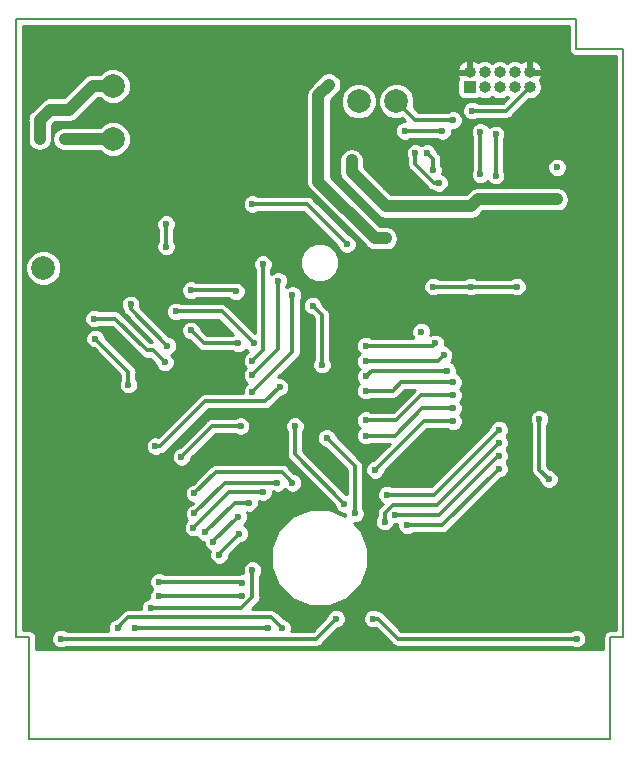
<source format=gbr>
G04 #@! TF.GenerationSoftware,KiCad,Pcbnew,5.0.2-bee76a0~70~ubuntu18.10.1*
G04 #@! TF.CreationDate,2019-01-06T00:11:17+02:00*
G04 #@! TF.ProjectId,GB-CART2M-A,47422d43-4152-4543-924d-2d412e6b6963,v1.0*
G04 #@! TF.SameCoordinates,Original*
G04 #@! TF.FileFunction,Copper,L2,Bot*
G04 #@! TF.FilePolarity,Positive*
%FSLAX46Y46*%
G04 Gerber Fmt 4.6, Leading zero omitted, Abs format (unit mm)*
G04 Created by KiCad (PCBNEW 5.0.2-bee76a0~70~ubuntu18.10.1) date su  6. tammikuuta 2019 00.11.17*
%MOMM*%
%LPD*%
G01*
G04 APERTURE LIST*
G04 #@! TA.AperFunction,NonConductor*
%ADD10C,0.150000*%
G04 #@! TD*
G04 #@! TA.AperFunction,ComponentPad*
%ADD11R,1.000000X1.000000*%
G04 #@! TD*
G04 #@! TA.AperFunction,ComponentPad*
%ADD12O,1.000000X1.000000*%
G04 #@! TD*
G04 #@! TA.AperFunction,ComponentPad*
%ADD13C,2.000000*%
G04 #@! TD*
G04 #@! TA.AperFunction,ViaPad*
%ADD14C,0.600000*%
G04 #@! TD*
G04 #@! TA.AperFunction,Conductor*
%ADD15C,0.320000*%
G04 #@! TD*
G04 #@! TA.AperFunction,Conductor*
%ADD16C,1.000000*%
G04 #@! TD*
G04 #@! TA.AperFunction,Conductor*
%ADD17C,0.254000*%
G04 #@! TD*
G04 APERTURE END LIST*
D10*
X121700000Y-39000000D02*
X121700000Y-41600000D01*
X74300000Y-39000000D02*
X121700000Y-39000000D01*
X125700000Y-41600000D02*
X121700000Y-41600000D01*
X74300000Y-91400000D02*
X74300000Y-39000000D01*
X75400000Y-91400000D02*
X74300000Y-91400000D01*
X75400000Y-100000000D02*
X75400000Y-91400000D01*
X125700000Y-91400000D02*
X125700000Y-41600000D01*
X124600000Y-91400000D02*
X125700000Y-91400000D01*
X124600000Y-100000000D02*
X124600000Y-91400000D01*
X75400000Y-100000000D02*
X124600000Y-100000000D01*
D11*
G04 #@! TO.P,J1,1*
G04 #@! TO.N,/TCK*
X112700000Y-44800000D03*
D12*
G04 #@! TO.P,J1,2*
G04 #@! TO.N,GND*
X112700000Y-43530000D03*
G04 #@! TO.P,J1,3*
G04 #@! TO.N,/TDO*
X113970000Y-44800000D03*
G04 #@! TO.P,J1,4*
G04 #@! TO.N,+1V8*
X113970000Y-43530000D03*
G04 #@! TO.P,J1,5*
G04 #@! TO.N,/TMS*
X115240000Y-44800000D03*
G04 #@! TO.P,J1,6*
G04 #@! TO.N,Net-(J1-Pad6)*
X115240000Y-43530000D03*
G04 #@! TO.P,J1,7*
G04 #@! TO.N,Net-(J1-Pad7)*
X116510000Y-44800000D03*
G04 #@! TO.P,J1,8*
G04 #@! TO.N,Net-(J1-Pad8)*
X116510000Y-43530000D03*
G04 #@! TO.P,J1,9*
G04 #@! TO.N,/TDI*
X117780000Y-44800000D03*
G04 #@! TO.P,J1,10*
G04 #@! TO.N,GND*
X117780000Y-43530000D03*
G04 #@! TD*
D13*
G04 #@! TO.P,TP5,1*
G04 #@! TO.N,+3V3*
X82500000Y-44700000D03*
G04 #@! TD*
G04 #@! TO.P,TP1,1*
G04 #@! TO.N,+5V*
X76600000Y-60100000D03*
G04 #@! TD*
G04 #@! TO.P,TP2,1*
G04 #@! TO.N,Net-(TP2-Pad1)*
X106500000Y-46000000D03*
G04 #@! TD*
G04 #@! TO.P,TP3,1*
G04 #@! TO.N,+1V8*
X82500000Y-49200000D03*
G04 #@! TD*
G04 #@! TO.P,TP4,1*
G04 #@! TO.N,Net-(TP4-Pad1)*
X103300000Y-46000000D03*
G04 #@! TD*
D14*
G04 #@! TO.N,Net-(TP4-Pad1)*
X110400000Y-48500000D03*
X107200000Y-48500000D03*
G04 #@! TO.N,+1V8*
X120100000Y-51600000D03*
X105600000Y-57600000D03*
X99900000Y-52800000D03*
X78400000Y-49200000D03*
X100800000Y-44600000D03*
G04 #@! TO.N,Net-(TP2-Pad1)*
X111300000Y-47600000D03*
G04 #@! TO.N,+5V*
X86900000Y-68100000D03*
X80900000Y-64400000D03*
G04 #@! TO.N,+3V3*
X120100000Y-54300000D03*
X105600000Y-54900000D03*
X102700000Y-51000000D03*
X76300000Y-49200000D03*
G04 #@! TO.N,/~PRG*
X121750000Y-91500000D03*
X78100000Y-91500000D03*
X101400000Y-89800000D03*
X104500000Y-89800000D03*
G04 #@! TO.N,GND*
X123400000Y-90200000D03*
X78550000Y-57500000D03*
X77300000Y-54000000D03*
X75700000Y-52200000D03*
X85400000Y-68100000D03*
X100900000Y-71800000D03*
X120100000Y-55900000D03*
X120100000Y-50000000D03*
X105600000Y-59200000D03*
X110100000Y-57600000D03*
X105600000Y-53300000D03*
X116100000Y-48900000D03*
X76300000Y-44999694D03*
X78400000Y-45000000D03*
X112600000Y-57600000D03*
X112650000Y-49000000D03*
G04 #@! TO.N,/TCK*
X110099998Y-52900000D03*
X108100000Y-50400000D03*
G04 #@! TO.N,/TMS*
X114900000Y-48800000D03*
X114900000Y-52300002D03*
G04 #@! TO.N,/TDI*
X112900000Y-46800000D03*
X109599992Y-51850000D03*
X109100000Y-50400000D03*
G04 #@! TO.N,/RA15*
X94300000Y-70599998D03*
X97700000Y-62400000D03*
G04 #@! TO.N,/RA16*
X96500000Y-61200000D03*
X94300000Y-69200000D03*
G04 #@! TO.N,/~RWR*
X95200000Y-59800000D03*
X94300000Y-67965960D03*
G04 #@! TO.N,/~RES*
X116700000Y-61700000D03*
X118600000Y-72900000D03*
X119400000Y-78000000D03*
X112800000Y-61700000D03*
X94300000Y-54700000D03*
X102300000Y-58100000D03*
X109600000Y-61700000D03*
G04 #@! TO.N,/D0*
X104700000Y-77200000D03*
X111300000Y-73100000D03*
G04 #@! TO.N,/D1*
X103900000Y-74300000D03*
X111300000Y-72000000D03*
G04 #@! TO.N,/D2*
X103900000Y-73000000D03*
X111300006Y-70900000D03*
G04 #@! TO.N,/D3*
X103900000Y-70500000D03*
X111300000Y-69800000D03*
G04 #@! TO.N,/D4*
X103900000Y-69300000D03*
X110800000Y-68800000D03*
G04 #@! TO.N,/D5*
X103900000Y-68000000D03*
X110500000Y-67500000D03*
G04 #@! TO.N,/D6*
X103900000Y-66700000D03*
X109800000Y-66500000D03*
G04 #@! TO.N,/D7*
X108600000Y-65500000D03*
G04 #@! TO.N,/TDO*
X113600000Y-48600000D03*
X113600000Y-52200000D03*
G04 #@! TO.N,/~WR*
X87000000Y-56400000D03*
X87000000Y-58299998D03*
G04 #@! TO.N,/A12*
X85700000Y-88900000D03*
X94300000Y-85700000D03*
X105700000Y-79300000D03*
X115200000Y-73800000D03*
G04 #@! TO.N,/A13*
X99400000Y-63300000D03*
X100600000Y-74500000D03*
X105500000Y-81600000D03*
X115200000Y-74900000D03*
X103000000Y-80900000D03*
X100200000Y-68300000D03*
G04 #@! TO.N,/A14*
X106400000Y-81000000D03*
X115200000Y-76000000D03*
G04 #@! TO.N,/A15*
X97900000Y-73500000D03*
X115200000Y-77100000D03*
X107400000Y-81900000D03*
X102100000Y-80100000D03*
G04 #@! TO.N,Net-(JP2-Pad2)*
X83800000Y-70000000D03*
X81000000Y-66100000D03*
G04 #@! TO.N,/A6*
X93199994Y-82600000D03*
X91500000Y-84400000D03*
G04 #@! TO.N,/A5*
X93072732Y-81200000D03*
X91000000Y-83300000D03*
G04 #@! TO.N,/A4*
X93999994Y-79999994D03*
X90300000Y-82500000D03*
G04 #@! TO.N,/A3*
X95200001Y-79100000D03*
X89300000Y-82100000D03*
G04 #@! TO.N,/A2*
X89400000Y-80900000D03*
X96400000Y-78300002D03*
G04 #@! TO.N,/A1*
X89400000Y-79200000D03*
X97700000Y-78300000D03*
G04 #@! TO.N,/A10*
X93400000Y-87900000D03*
X96600000Y-70200000D03*
X86100000Y-75200000D03*
X86400010Y-87900000D03*
G04 #@! TO.N,/~RD*
X89100000Y-62000000D03*
X92900016Y-62100000D03*
G04 #@! TO.N,/A11*
X93300000Y-73500000D03*
X88300000Y-76100000D03*
X86399996Y-86700000D03*
X93400000Y-86800000D03*
G04 #@! TO.N,/A9*
X96800000Y-90599998D03*
X94400000Y-66500000D03*
X87800000Y-63800000D03*
X82900000Y-90600000D03*
G04 #@! TO.N,/A8*
X95600000Y-90600000D03*
X93100000Y-66500000D03*
X89100000Y-65400000D03*
X84400000Y-90599994D03*
G04 #@! TO.N,Net-(JP1-Pad2)*
X87100000Y-66700000D03*
X84000000Y-63200000D03*
G04 #@! TD*
D15*
G04 #@! TO.N,Net-(TP4-Pad1)*
X110400000Y-48500000D02*
X107200000Y-48500000D01*
D16*
G04 #@! TO.N,+1V8*
X105600000Y-57600000D02*
X104700000Y-57600000D01*
X104700000Y-57600000D02*
X99900000Y-52800000D01*
X78400000Y-49200000D02*
X82500000Y-49200000D01*
X99900000Y-52800000D02*
X99900000Y-50200000D01*
X99900000Y-50200000D02*
X99900000Y-45500000D01*
X99900000Y-45500000D02*
X100800000Y-44600000D01*
D15*
G04 #@! TO.N,Net-(TP2-Pad1)*
X108100000Y-47600000D02*
X106500000Y-46000000D01*
X111300000Y-47600000D02*
X108100000Y-47600000D01*
G04 #@! TO.N,+5V*
X85376802Y-67100000D02*
X82676802Y-64400000D01*
X82676802Y-64400000D02*
X80900000Y-64400000D01*
X86900000Y-68100000D02*
X85900000Y-67100000D01*
X85900000Y-67100000D02*
X85376802Y-67100000D01*
D16*
G04 #@! TO.N,+3V3*
X113400000Y-54300000D02*
X120100000Y-54300000D01*
X105600000Y-54900000D02*
X112800000Y-54900000D01*
X112800000Y-54900000D02*
X113400000Y-54300000D01*
X105600000Y-54900000D02*
X102700000Y-52000000D01*
X102700000Y-52000000D02*
X102700000Y-51000000D01*
X77200000Y-46700000D02*
X76300000Y-47600000D01*
X78800000Y-46700000D02*
X77200000Y-46700000D01*
X82500000Y-44700000D02*
X80800000Y-44700000D01*
X76300000Y-47600000D02*
X76300000Y-49200000D01*
X80800000Y-44700000D02*
X78800000Y-46700000D01*
D15*
G04 #@! TO.N,/~PRG*
X78100000Y-91500000D02*
X99700000Y-91500000D01*
X101100001Y-90099999D02*
X101400000Y-89800000D01*
X99700000Y-91500000D02*
X101100001Y-90099999D01*
X104924264Y-89800000D02*
X104500000Y-89800000D01*
X121750000Y-91500000D02*
X106624264Y-91500000D01*
X106624264Y-91500000D02*
X104924264Y-89800000D01*
G04 #@! TO.N,/TCK*
X108100000Y-50824264D02*
X108100000Y-50400000D01*
X108100000Y-51324266D02*
X108100000Y-50824264D01*
X109675734Y-52900000D02*
X108100000Y-51324266D01*
X110099998Y-52900000D02*
X109675734Y-52900000D01*
G04 #@! TO.N,/TMS*
X114900000Y-48800000D02*
X114900000Y-52300002D01*
G04 #@! TO.N,/TDI*
X117780000Y-44800000D02*
X115780000Y-46800000D01*
X115780000Y-46800000D02*
X112900000Y-46800000D01*
X109599992Y-51850000D02*
X109599992Y-50899992D01*
X109399999Y-50699999D02*
X109100000Y-50400000D01*
X109599992Y-50899992D02*
X109399999Y-50699999D01*
G04 #@! TO.N,/RA15*
X97700000Y-62824264D02*
X97700000Y-62400000D01*
X97700000Y-67199998D02*
X97700000Y-62824264D01*
X94300000Y-70599998D02*
X97700000Y-67199998D01*
G04 #@! TO.N,/RA16*
X96500000Y-67000000D02*
X94300000Y-69200000D01*
X96500000Y-61200000D02*
X96500000Y-67000000D01*
G04 #@! TO.N,/~RWR*
X95200000Y-59800000D02*
X95200000Y-67065960D01*
X95200000Y-67065960D02*
X94300000Y-67965960D01*
G04 #@! TO.N,/~RES*
X118600000Y-72900000D02*
X118600000Y-77200000D01*
X118600000Y-77200000D02*
X119400000Y-78000000D01*
X112800000Y-61700000D02*
X116700000Y-61700000D01*
X109600000Y-61700000D02*
X112800000Y-61700000D01*
X98900000Y-54700000D02*
X102300000Y-58100000D01*
X94300000Y-54700000D02*
X98900000Y-54700000D01*
G04 #@! TO.N,/D0*
X111200000Y-73100000D02*
X111300000Y-73100000D01*
X104700000Y-77200000D02*
X108800000Y-73100000D01*
X108800000Y-73100000D02*
X111200000Y-73100000D01*
G04 #@! TO.N,/D1*
X110875736Y-72000000D02*
X111300000Y-72000000D01*
X108700000Y-72000000D02*
X110875736Y-72000000D01*
X103900000Y-74300000D02*
X106400000Y-74300000D01*
X106400000Y-74300000D02*
X108700000Y-72000000D01*
G04 #@! TO.N,/D2*
X110875742Y-70900000D02*
X111300006Y-70900000D01*
X108600000Y-70900000D02*
X110875742Y-70900000D01*
X103900000Y-73000000D02*
X106500000Y-73000000D01*
X106500000Y-73000000D02*
X108600000Y-70900000D01*
G04 #@! TO.N,/D3*
X106900000Y-69800000D02*
X111300000Y-69800000D01*
X103900000Y-70500000D02*
X106200000Y-70500000D01*
X106200000Y-70500000D02*
X106900000Y-69800000D01*
G04 #@! TO.N,/D4*
X103900000Y-69300000D02*
X104400000Y-68800000D01*
X104400000Y-68800000D02*
X110800000Y-68800000D01*
G04 #@! TO.N,/D5*
X103900000Y-68000000D02*
X110000000Y-68000000D01*
X110000000Y-68000000D02*
X110500000Y-67500000D01*
G04 #@! TO.N,/D6*
X109600000Y-66700000D02*
X109800000Y-66500000D01*
X103900000Y-66700000D02*
X109600000Y-66700000D01*
G04 #@! TO.N,/TDO*
X113600000Y-48600000D02*
X113600000Y-52200000D01*
G04 #@! TO.N,/~WR*
X87000000Y-56400000D02*
X87000000Y-58299998D01*
G04 #@! TO.N,/A12*
X93376802Y-88900000D02*
X94300000Y-87976802D01*
X85700000Y-88900000D02*
X93376802Y-88900000D01*
X94300000Y-86124264D02*
X94300000Y-85700000D01*
X94300000Y-87976802D02*
X94300000Y-86124264D01*
X115100000Y-73900000D02*
X115100000Y-73800000D01*
X105700000Y-79300000D02*
X109700000Y-79300000D01*
X115100000Y-73800000D02*
X115200000Y-73800000D01*
X109700000Y-79300000D02*
X115100000Y-73900000D01*
G04 #@! TO.N,/A13*
X109900000Y-80200000D02*
X115200000Y-74900000D01*
X106200000Y-80200000D02*
X109900000Y-80200000D01*
X105500000Y-81600000D02*
X105500000Y-80900000D01*
X105500000Y-80900000D02*
X106200000Y-80200000D01*
X103000000Y-76900000D02*
X103000000Y-80900000D01*
X100600000Y-74500000D02*
X103000000Y-76900000D01*
X100200000Y-64100000D02*
X100200000Y-67875736D01*
X99400000Y-63300000D02*
X100200000Y-64100000D01*
X100200000Y-67875736D02*
X100200000Y-68300000D01*
G04 #@! TO.N,/A14*
X115100000Y-76000000D02*
X115200000Y-76000000D01*
X106400000Y-81000000D02*
X110100000Y-81000000D01*
X110100000Y-81000000D02*
X115100000Y-76000000D01*
G04 #@! TO.N,/A15*
X110400000Y-81900000D02*
X107400000Y-81900000D01*
X115200000Y-77100000D02*
X110400000Y-81900000D01*
X102000000Y-80000000D02*
X102100000Y-80100000D01*
X97900000Y-75900000D02*
X102000000Y-80000000D01*
X97900000Y-73500000D02*
X97900000Y-75900000D01*
G04 #@! TO.N,Net-(JP2-Pad2)*
X83800000Y-68900000D02*
X81000000Y-66100000D01*
X83800000Y-70000000D02*
X83800000Y-68900000D01*
G04 #@! TO.N,/A6*
X91500000Y-84299994D02*
X91500000Y-84400000D01*
X93199994Y-82600000D02*
X91500000Y-84299994D01*
G04 #@! TO.N,/A5*
X93072732Y-81200000D02*
X91000000Y-83272732D01*
X91000000Y-83272732D02*
X91000000Y-83300000D01*
G04 #@! TO.N,/A4*
X93999994Y-79999994D02*
X92800006Y-79999994D01*
X92800006Y-79999994D02*
X90300000Y-82500000D01*
G04 #@! TO.N,/A3*
X95200001Y-79100000D02*
X92300000Y-79100000D01*
X92300000Y-79100000D02*
X89300000Y-82100000D01*
G04 #@! TO.N,/A2*
X89400000Y-80900000D02*
X91999998Y-78300002D01*
X91999998Y-78300002D02*
X96400000Y-78300002D01*
G04 #@! TO.N,/A1*
X89400000Y-79200000D02*
X91200000Y-77400000D01*
X96800000Y-77400000D02*
X97400001Y-78000001D01*
X97400001Y-78000001D02*
X97700000Y-78300000D01*
X91200000Y-77400000D02*
X96800000Y-77400000D01*
G04 #@! TO.N,/A10*
X86524264Y-75200000D02*
X86100000Y-75200000D01*
X90324264Y-71400000D02*
X86524264Y-75200000D01*
X96600000Y-70200000D02*
X95400000Y-71400000D01*
X95400000Y-71400000D02*
X90324264Y-71400000D01*
X93400000Y-87900000D02*
X86400010Y-87900000D01*
G04 #@! TO.N,/~RD*
X92800016Y-62000000D02*
X92900016Y-62100000D01*
X89100000Y-62000000D02*
X92800016Y-62000000D01*
G04 #@! TO.N,/A11*
X93300000Y-73500000D02*
X90900000Y-73500000D01*
X90900000Y-73500000D02*
X88300000Y-76100000D01*
X86399996Y-86700000D02*
X93300000Y-86700000D01*
X93300000Y-86700000D02*
X93400000Y-86800000D01*
G04 #@! TO.N,/A9*
X94400000Y-66500000D02*
X91700000Y-63800000D01*
X91700000Y-63800000D02*
X87800000Y-63800000D01*
X95900003Y-89700001D02*
X83799999Y-89700001D01*
X83199999Y-90300001D02*
X82900000Y-90600000D01*
X96800000Y-90599998D02*
X95900003Y-89700001D01*
X83799999Y-89700001D02*
X83199999Y-90300001D01*
G04 #@! TO.N,/A8*
X93100000Y-66500000D02*
X90200000Y-66500000D01*
X90200000Y-66500000D02*
X89100000Y-65400000D01*
X84400006Y-90600000D02*
X84400000Y-90599994D01*
X95600000Y-90600000D02*
X84400006Y-90600000D01*
G04 #@! TO.N,Net-(JP1-Pad2)*
X87100000Y-66700000D02*
X84000000Y-63600000D01*
X84000000Y-63600000D02*
X84000000Y-63200000D01*
G04 #@! TD*
D17*
G04 #@! TO.N,GND*
G36*
X121098001Y-41540708D02*
X121086207Y-41600000D01*
X121132929Y-41834888D01*
X121265983Y-42034017D01*
X121465112Y-42167071D01*
X121640712Y-42202000D01*
X121640713Y-42202000D01*
X121700000Y-42213793D01*
X121759288Y-42202000D01*
X125098001Y-42202000D01*
X125098000Y-90798000D01*
X124659288Y-90798000D01*
X124600000Y-90786207D01*
X124540713Y-90798000D01*
X124540712Y-90798000D01*
X124365112Y-90832929D01*
X124165983Y-90965983D01*
X124032929Y-91165112D01*
X123986207Y-91400000D01*
X123998001Y-91459293D01*
X123998001Y-92373000D01*
X76002000Y-92373000D01*
X76002000Y-91459287D01*
X76013793Y-91400000D01*
X76000963Y-91335499D01*
X77273000Y-91335499D01*
X77273000Y-91664501D01*
X77398903Y-91968458D01*
X77631542Y-92201097D01*
X77935499Y-92327000D01*
X78264501Y-92327000D01*
X78568458Y-92201097D01*
X78582555Y-92187000D01*
X99632342Y-92187000D01*
X99700000Y-92200458D01*
X99767658Y-92187000D01*
X99767663Y-92187000D01*
X99968054Y-92147140D01*
X100195299Y-91995299D01*
X100233628Y-91937936D01*
X101544565Y-90627000D01*
X101564501Y-90627000D01*
X101868458Y-90501097D01*
X102101097Y-90268458D01*
X102227000Y-89964501D01*
X102227000Y-89635499D01*
X103673000Y-89635499D01*
X103673000Y-89964501D01*
X103798903Y-90268458D01*
X104031542Y-90501097D01*
X104335499Y-90627000D01*
X104664501Y-90627000D01*
X104745959Y-90593259D01*
X106090638Y-91937939D01*
X106128965Y-91995299D01*
X106186325Y-92033626D01*
X106186326Y-92033627D01*
X106280929Y-92096839D01*
X106356210Y-92147140D01*
X106556601Y-92187000D01*
X106556605Y-92187000D01*
X106624263Y-92200458D01*
X106691922Y-92187000D01*
X121267445Y-92187000D01*
X121281542Y-92201097D01*
X121585499Y-92327000D01*
X121914501Y-92327000D01*
X122218458Y-92201097D01*
X122451097Y-91968458D01*
X122577000Y-91664501D01*
X122577000Y-91335499D01*
X122451097Y-91031542D01*
X122218458Y-90798903D01*
X121914501Y-90673000D01*
X121585499Y-90673000D01*
X121281542Y-90798903D01*
X121267445Y-90813000D01*
X106908829Y-90813000D01*
X105457892Y-89362064D01*
X105419563Y-89304701D01*
X105192318Y-89152860D01*
X104991927Y-89113000D01*
X104991922Y-89113000D01*
X104980229Y-89110674D01*
X104968458Y-89098903D01*
X104664501Y-88973000D01*
X104335499Y-88973000D01*
X104031542Y-89098903D01*
X103798903Y-89331542D01*
X103673000Y-89635499D01*
X102227000Y-89635499D01*
X102101097Y-89331542D01*
X101868458Y-89098903D01*
X101564501Y-88973000D01*
X101235499Y-88973000D01*
X100931542Y-89098903D01*
X100698903Y-89331542D01*
X100573000Y-89635499D01*
X100573000Y-89655435D01*
X99415436Y-90813000D01*
X97606910Y-90813000D01*
X97627000Y-90764499D01*
X97627000Y-90435497D01*
X97501097Y-90131540D01*
X97268458Y-89898901D01*
X96964501Y-89772998D01*
X96944565Y-89772998D01*
X96433631Y-89262064D01*
X96395302Y-89204702D01*
X96168057Y-89052861D01*
X95967666Y-89013001D01*
X95967661Y-89013001D01*
X95900003Y-88999543D01*
X95832345Y-89013001D01*
X94235365Y-89013001D01*
X94737941Y-88510426D01*
X94795298Y-88472101D01*
X94833623Y-88414744D01*
X94833627Y-88414740D01*
X94947139Y-88244857D01*
X94947140Y-88244856D01*
X94987000Y-88044465D01*
X94987000Y-88044461D01*
X95000458Y-87976803D01*
X94987000Y-87909144D01*
X94987000Y-86182555D01*
X95001097Y-86168458D01*
X95127000Y-85864501D01*
X95127000Y-85535499D01*
X95001097Y-85231542D01*
X94768458Y-84998903D01*
X94464501Y-84873000D01*
X94135499Y-84873000D01*
X93831542Y-84998903D01*
X93598903Y-85231542D01*
X93473000Y-85535499D01*
X93473000Y-85864501D01*
X93517942Y-85973000D01*
X93235499Y-85973000D01*
X93138930Y-86013000D01*
X86882551Y-86013000D01*
X86868454Y-85998903D01*
X86564497Y-85873000D01*
X86235495Y-85873000D01*
X85931538Y-85998903D01*
X85698899Y-86231542D01*
X85572996Y-86535499D01*
X85572996Y-86864501D01*
X85698899Y-87168458D01*
X85830448Y-87300007D01*
X85698913Y-87431542D01*
X85573010Y-87735499D01*
X85573010Y-88064501D01*
X85576530Y-88073000D01*
X85535499Y-88073000D01*
X85231542Y-88198903D01*
X84998903Y-88431542D01*
X84873000Y-88735499D01*
X84873000Y-89013001D01*
X83867657Y-89013001D01*
X83799998Y-88999543D01*
X83732340Y-89013001D01*
X83732336Y-89013001D01*
X83531945Y-89052861D01*
X83531943Y-89052862D01*
X83531944Y-89052862D01*
X83362061Y-89166374D01*
X83362060Y-89166375D01*
X83304700Y-89204702D01*
X83266373Y-89262062D01*
X82762062Y-89766374D01*
X82755436Y-89773000D01*
X82735499Y-89773000D01*
X82431542Y-89898903D01*
X82198903Y-90131542D01*
X82073000Y-90435499D01*
X82073000Y-90764501D01*
X82093089Y-90813000D01*
X78582555Y-90813000D01*
X78568458Y-90798903D01*
X78264501Y-90673000D01*
X77935499Y-90673000D01*
X77631542Y-90798903D01*
X77398903Y-91031542D01*
X77273000Y-91335499D01*
X76000963Y-91335499D01*
X75967071Y-91165112D01*
X75834017Y-90965983D01*
X75634888Y-90832929D01*
X75459288Y-90798000D01*
X75400000Y-90786207D01*
X75340713Y-90798000D01*
X74902000Y-90798000D01*
X74902000Y-81935499D01*
X88473000Y-81935499D01*
X88473000Y-82264501D01*
X88598903Y-82568458D01*
X88831542Y-82801097D01*
X89135499Y-82927000D01*
X89464501Y-82927000D01*
X89564563Y-82885553D01*
X89598903Y-82968458D01*
X89831542Y-83201097D01*
X90135499Y-83327000D01*
X90173000Y-83327000D01*
X90173000Y-83464501D01*
X90298903Y-83768458D01*
X90531542Y-84001097D01*
X90735158Y-84085437D01*
X90673000Y-84235499D01*
X90673000Y-84564501D01*
X90798903Y-84868458D01*
X91031542Y-85101097D01*
X91335499Y-85227000D01*
X91664501Y-85227000D01*
X91968458Y-85101097D01*
X92201097Y-84868458D01*
X92327000Y-84564501D01*
X92327000Y-84444558D01*
X92942469Y-83829089D01*
X95873000Y-83829089D01*
X95873000Y-85470911D01*
X96501298Y-86987758D01*
X97662242Y-88148702D01*
X99179089Y-88777000D01*
X100820911Y-88777000D01*
X102337758Y-88148702D01*
X103498702Y-86987758D01*
X104127000Y-85470911D01*
X104127000Y-83829089D01*
X103498702Y-82312242D01*
X102913460Y-81727000D01*
X103164501Y-81727000D01*
X103468458Y-81601097D01*
X103634056Y-81435499D01*
X104673000Y-81435499D01*
X104673000Y-81764501D01*
X104798903Y-82068458D01*
X105031542Y-82301097D01*
X105335499Y-82427000D01*
X105664501Y-82427000D01*
X105968458Y-82301097D01*
X106201097Y-82068458D01*
X106301112Y-81827000D01*
X106564501Y-81827000D01*
X106573000Y-81823480D01*
X106573000Y-82064501D01*
X106698903Y-82368458D01*
X106931542Y-82601097D01*
X107235499Y-82727000D01*
X107564501Y-82727000D01*
X107868458Y-82601097D01*
X107882555Y-82587000D01*
X110332342Y-82587000D01*
X110400000Y-82600458D01*
X110467658Y-82587000D01*
X110467663Y-82587000D01*
X110668054Y-82547140D01*
X110895299Y-82395299D01*
X110933628Y-82337936D01*
X115344565Y-77927000D01*
X115364501Y-77927000D01*
X115668458Y-77801097D01*
X115901097Y-77568458D01*
X116027000Y-77264501D01*
X116027000Y-76935499D01*
X115901097Y-76631542D01*
X115819555Y-76550000D01*
X115901097Y-76468458D01*
X116027000Y-76164501D01*
X116027000Y-75835499D01*
X115901097Y-75531542D01*
X115819555Y-75450000D01*
X115901097Y-75368458D01*
X116027000Y-75064501D01*
X116027000Y-74735499D01*
X115901097Y-74431542D01*
X115819555Y-74350000D01*
X115901097Y-74268458D01*
X116027000Y-73964501D01*
X116027000Y-73635499D01*
X115901097Y-73331542D01*
X115668458Y-73098903D01*
X115364501Y-72973000D01*
X115035499Y-72973000D01*
X114731542Y-73098903D01*
X114498903Y-73331542D01*
X114373000Y-73635499D01*
X114373000Y-73655435D01*
X109415436Y-78613000D01*
X106182555Y-78613000D01*
X106168458Y-78598903D01*
X105864501Y-78473000D01*
X105535499Y-78473000D01*
X105231542Y-78598903D01*
X104998903Y-78831542D01*
X104873000Y-79135499D01*
X104873000Y-79464501D01*
X104998903Y-79768458D01*
X105231542Y-80001097D01*
X105369991Y-80058445D01*
X105062062Y-80366374D01*
X105004702Y-80404701D01*
X104966375Y-80462061D01*
X104966373Y-80462063D01*
X104877348Y-80595299D01*
X104852861Y-80631946D01*
X104813000Y-80832337D01*
X104813000Y-80832342D01*
X104799542Y-80900000D01*
X104813000Y-80967658D01*
X104813000Y-81117445D01*
X104798903Y-81131542D01*
X104673000Y-81435499D01*
X103634056Y-81435499D01*
X103701097Y-81368458D01*
X103827000Y-81064501D01*
X103827000Y-80735499D01*
X103701097Y-80431542D01*
X103687000Y-80417445D01*
X103687000Y-76967660D01*
X103700458Y-76900000D01*
X103687000Y-76832338D01*
X103687000Y-76832337D01*
X103647140Y-76631946D01*
X103622653Y-76595299D01*
X103533627Y-76462062D01*
X103533623Y-76462058D01*
X103495298Y-76404701D01*
X103437941Y-76366376D01*
X101427000Y-74355436D01*
X101427000Y-74335499D01*
X101301097Y-74031542D01*
X101068458Y-73798903D01*
X100764501Y-73673000D01*
X100435499Y-73673000D01*
X100131542Y-73798903D01*
X99898903Y-74031542D01*
X99773000Y-74335499D01*
X99773000Y-74664501D01*
X99898903Y-74968458D01*
X100131542Y-75201097D01*
X100435499Y-75327000D01*
X100455436Y-75327000D01*
X102313000Y-77184565D01*
X102313001Y-79293089D01*
X102264501Y-79273000D01*
X102244565Y-79273000D01*
X98587000Y-75615436D01*
X98587000Y-73982555D01*
X98601097Y-73968458D01*
X98727000Y-73664501D01*
X98727000Y-73335499D01*
X98601097Y-73031542D01*
X98368458Y-72798903D01*
X98064501Y-72673000D01*
X97735499Y-72673000D01*
X97431542Y-72798903D01*
X97198903Y-73031542D01*
X97073000Y-73335499D01*
X97073000Y-73664501D01*
X97198903Y-73968458D01*
X97213000Y-73982555D01*
X97213001Y-75832337D01*
X97199542Y-75900000D01*
X97252861Y-76168054D01*
X97366373Y-76337937D01*
X97366375Y-76337939D01*
X97404702Y-76395299D01*
X97462062Y-76433626D01*
X101273000Y-80244565D01*
X101273000Y-80264501D01*
X101398903Y-80568458D01*
X101631542Y-80801097D01*
X101935499Y-80927000D01*
X102173000Y-80927000D01*
X102173000Y-81064501D01*
X102182276Y-81086895D01*
X100820911Y-80523000D01*
X99179089Y-80523000D01*
X97662242Y-81151298D01*
X96501298Y-82312242D01*
X95873000Y-83829089D01*
X92942469Y-83829089D01*
X93344559Y-83427000D01*
X93364495Y-83427000D01*
X93668452Y-83301097D01*
X93901091Y-83068458D01*
X94026994Y-82764501D01*
X94026994Y-82435499D01*
X93901091Y-82131542D01*
X93668452Y-81898903D01*
X93580016Y-81862271D01*
X93773829Y-81668458D01*
X93899732Y-81364501D01*
X93899732Y-81035499D01*
X93808784Y-80815931D01*
X93835493Y-80826994D01*
X94164495Y-80826994D01*
X94468452Y-80701091D01*
X94701091Y-80468452D01*
X94826994Y-80164495D01*
X94826994Y-79840634D01*
X95035500Y-79927000D01*
X95364502Y-79927000D01*
X95668459Y-79801097D01*
X95901098Y-79568458D01*
X96027001Y-79264501D01*
X96027001Y-79040639D01*
X96235499Y-79127002D01*
X96564501Y-79127002D01*
X96868458Y-79001099D01*
X97050001Y-78819556D01*
X97231542Y-79001097D01*
X97535499Y-79127000D01*
X97864501Y-79127000D01*
X98168458Y-79001097D01*
X98401097Y-78768458D01*
X98527000Y-78464501D01*
X98527000Y-78135499D01*
X98401097Y-77831542D01*
X98168458Y-77598903D01*
X97864501Y-77473000D01*
X97844565Y-77473000D01*
X97333627Y-76962063D01*
X97295299Y-76904701D01*
X97068054Y-76752860D01*
X96867663Y-76713000D01*
X96867658Y-76713000D01*
X96800000Y-76699542D01*
X96732342Y-76713000D01*
X91267657Y-76713000D01*
X91199999Y-76699542D01*
X91132341Y-76713000D01*
X91132337Y-76713000D01*
X90931946Y-76752860D01*
X90931944Y-76752861D01*
X90931945Y-76752861D01*
X90762062Y-76866373D01*
X90762061Y-76866374D01*
X90704701Y-76904701D01*
X90666374Y-76962061D01*
X89255436Y-78373000D01*
X89235499Y-78373000D01*
X88931542Y-78498903D01*
X88698903Y-78731542D01*
X88573000Y-79035499D01*
X88573000Y-79364501D01*
X88698903Y-79668458D01*
X88931542Y-79901097D01*
X89235499Y-80027000D01*
X89301436Y-80027000D01*
X89255436Y-80073000D01*
X89235499Y-80073000D01*
X88931542Y-80198903D01*
X88698903Y-80431542D01*
X88573000Y-80735499D01*
X88573000Y-81064501D01*
X88698903Y-81368458D01*
X88780445Y-81450000D01*
X88598903Y-81631542D01*
X88473000Y-81935499D01*
X74902000Y-81935499D01*
X74902000Y-75035499D01*
X85273000Y-75035499D01*
X85273000Y-75364501D01*
X85398903Y-75668458D01*
X85631542Y-75901097D01*
X85935499Y-76027000D01*
X86264501Y-76027000D01*
X86485404Y-75935499D01*
X87473000Y-75935499D01*
X87473000Y-76264501D01*
X87598903Y-76568458D01*
X87831542Y-76801097D01*
X88135499Y-76927000D01*
X88464501Y-76927000D01*
X88768458Y-76801097D01*
X89001097Y-76568458D01*
X89127000Y-76264501D01*
X89127000Y-76244564D01*
X91184565Y-74187000D01*
X92817445Y-74187000D01*
X92831542Y-74201097D01*
X93135499Y-74327000D01*
X93464501Y-74327000D01*
X93768458Y-74201097D01*
X94001097Y-73968458D01*
X94127000Y-73664501D01*
X94127000Y-73335499D01*
X94001097Y-73031542D01*
X93768458Y-72798903D01*
X93464501Y-72673000D01*
X93135499Y-72673000D01*
X92831542Y-72798903D01*
X92817445Y-72813000D01*
X90967658Y-72813000D01*
X90899999Y-72799542D01*
X90832341Y-72813000D01*
X90832337Y-72813000D01*
X90631946Y-72852860D01*
X90631944Y-72852861D01*
X90631945Y-72852861D01*
X90462062Y-72966373D01*
X90462061Y-72966374D01*
X90404701Y-73004701D01*
X90366374Y-73062061D01*
X88155436Y-75273000D01*
X88135499Y-75273000D01*
X87831542Y-75398903D01*
X87598903Y-75631542D01*
X87473000Y-75935499D01*
X86485404Y-75935499D01*
X86568458Y-75901097D01*
X86580229Y-75889326D01*
X86591922Y-75887000D01*
X86591927Y-75887000D01*
X86792318Y-75847140D01*
X87019563Y-75695299D01*
X87057892Y-75637936D01*
X90608829Y-72087000D01*
X95332342Y-72087000D01*
X95400000Y-72100458D01*
X95467658Y-72087000D01*
X95467663Y-72087000D01*
X95668054Y-72047140D01*
X95895299Y-71895299D01*
X95933628Y-71837936D01*
X96744565Y-71027000D01*
X96764501Y-71027000D01*
X97068458Y-70901097D01*
X97301097Y-70668458D01*
X97427000Y-70364501D01*
X97427000Y-70035499D01*
X97301097Y-69731542D01*
X97068458Y-69498903D01*
X96764501Y-69373000D01*
X96498563Y-69373000D01*
X98137941Y-67733622D01*
X98195298Y-67695297D01*
X98233623Y-67637940D01*
X98233627Y-67637936D01*
X98347139Y-67468053D01*
X98347140Y-67468052D01*
X98387000Y-67267661D01*
X98387000Y-67267657D01*
X98400458Y-67199999D01*
X98387000Y-67132340D01*
X98387000Y-63135499D01*
X98573000Y-63135499D01*
X98573000Y-63464501D01*
X98698903Y-63768458D01*
X98931542Y-64001097D01*
X99235499Y-64127000D01*
X99255436Y-64127000D01*
X99513000Y-64384565D01*
X99513001Y-67808069D01*
X99513000Y-67808074D01*
X99513000Y-67817445D01*
X99498903Y-67831542D01*
X99373000Y-68135499D01*
X99373000Y-68464501D01*
X99498903Y-68768458D01*
X99731542Y-69001097D01*
X100035499Y-69127000D01*
X100364501Y-69127000D01*
X100668458Y-69001097D01*
X100901097Y-68768458D01*
X101027000Y-68464501D01*
X101027000Y-68135499D01*
X100901097Y-67831542D01*
X100887000Y-67817445D01*
X100887000Y-66535499D01*
X103073000Y-66535499D01*
X103073000Y-66864501D01*
X103198903Y-67168458D01*
X103380445Y-67350000D01*
X103198903Y-67531542D01*
X103073000Y-67835499D01*
X103073000Y-68164501D01*
X103198903Y-68468458D01*
X103380445Y-68650000D01*
X103198903Y-68831542D01*
X103073000Y-69135499D01*
X103073000Y-69464501D01*
X103198903Y-69768458D01*
X103330445Y-69900000D01*
X103198903Y-70031542D01*
X103073000Y-70335499D01*
X103073000Y-70664501D01*
X103198903Y-70968458D01*
X103431542Y-71201097D01*
X103735499Y-71327000D01*
X104064501Y-71327000D01*
X104368458Y-71201097D01*
X104382555Y-71187000D01*
X106132342Y-71187000D01*
X106200000Y-71200458D01*
X106267658Y-71187000D01*
X106267663Y-71187000D01*
X106468054Y-71147140D01*
X106695299Y-70995299D01*
X106733628Y-70937936D01*
X107184564Y-70487000D01*
X108041436Y-70487000D01*
X106215436Y-72313000D01*
X104382555Y-72313000D01*
X104368458Y-72298903D01*
X104064501Y-72173000D01*
X103735499Y-72173000D01*
X103431542Y-72298903D01*
X103198903Y-72531542D01*
X103073000Y-72835499D01*
X103073000Y-73164501D01*
X103198903Y-73468458D01*
X103380445Y-73650000D01*
X103198903Y-73831542D01*
X103073000Y-74135499D01*
X103073000Y-74464501D01*
X103198903Y-74768458D01*
X103431542Y-75001097D01*
X103735499Y-75127000D01*
X104064501Y-75127000D01*
X104368458Y-75001097D01*
X104382555Y-74987000D01*
X105941436Y-74987000D01*
X104555436Y-76373000D01*
X104535499Y-76373000D01*
X104231542Y-76498903D01*
X103998903Y-76731542D01*
X103873000Y-77035499D01*
X103873000Y-77364501D01*
X103998903Y-77668458D01*
X104231542Y-77901097D01*
X104535499Y-78027000D01*
X104864501Y-78027000D01*
X105168458Y-77901097D01*
X105401097Y-77668458D01*
X105527000Y-77364501D01*
X105527000Y-77344564D01*
X109084565Y-73787000D01*
X110817445Y-73787000D01*
X110831542Y-73801097D01*
X111135499Y-73927000D01*
X111464501Y-73927000D01*
X111768458Y-73801097D01*
X112001097Y-73568458D01*
X112127000Y-73264501D01*
X112127000Y-72935499D01*
X112044158Y-72735499D01*
X117773000Y-72735499D01*
X117773000Y-73064501D01*
X117898903Y-73368458D01*
X117913000Y-73382555D01*
X117913001Y-77132337D01*
X117899542Y-77200000D01*
X117952861Y-77468054D01*
X118066373Y-77637937D01*
X118066375Y-77637939D01*
X118104702Y-77695299D01*
X118162061Y-77733626D01*
X118573000Y-78144565D01*
X118573000Y-78164501D01*
X118698903Y-78468458D01*
X118931542Y-78701097D01*
X119235499Y-78827000D01*
X119564501Y-78827000D01*
X119868458Y-78701097D01*
X120101097Y-78468458D01*
X120227000Y-78164501D01*
X120227000Y-77835499D01*
X120101097Y-77531542D01*
X119868458Y-77298903D01*
X119564501Y-77173000D01*
X119544565Y-77173000D01*
X119287000Y-76915436D01*
X119287000Y-73382555D01*
X119301097Y-73368458D01*
X119427000Y-73064501D01*
X119427000Y-72735499D01*
X119301097Y-72431542D01*
X119068458Y-72198903D01*
X118764501Y-72073000D01*
X118435499Y-72073000D01*
X118131542Y-72198903D01*
X117898903Y-72431542D01*
X117773000Y-72735499D01*
X112044158Y-72735499D01*
X112001097Y-72631542D01*
X111919555Y-72550000D01*
X112001097Y-72468458D01*
X112127000Y-72164501D01*
X112127000Y-71835499D01*
X112001097Y-71531542D01*
X111919558Y-71450003D01*
X112001103Y-71368458D01*
X112127006Y-71064501D01*
X112127006Y-70735499D01*
X112001103Y-70431542D01*
X111919558Y-70349997D01*
X112001097Y-70268458D01*
X112127000Y-69964501D01*
X112127000Y-69635499D01*
X112001097Y-69331542D01*
X111768458Y-69098903D01*
X111600198Y-69029207D01*
X111627000Y-68964501D01*
X111627000Y-68635499D01*
X111501097Y-68331542D01*
X111268458Y-68098903D01*
X111128588Y-68040967D01*
X111201097Y-67968458D01*
X111327000Y-67664501D01*
X111327000Y-67335499D01*
X111201097Y-67031542D01*
X110968458Y-66798903D01*
X110664501Y-66673000D01*
X110623480Y-66673000D01*
X110627000Y-66664501D01*
X110627000Y-66335499D01*
X110501097Y-66031542D01*
X110268458Y-65798903D01*
X109964501Y-65673000D01*
X109635499Y-65673000D01*
X109379569Y-65779010D01*
X109427000Y-65664501D01*
X109427000Y-65335499D01*
X109301097Y-65031542D01*
X109068458Y-64798903D01*
X108764501Y-64673000D01*
X108435499Y-64673000D01*
X108131542Y-64798903D01*
X107898903Y-65031542D01*
X107773000Y-65335499D01*
X107773000Y-65664501D01*
X107898903Y-65968458D01*
X107943445Y-66013000D01*
X104382555Y-66013000D01*
X104368458Y-65998903D01*
X104064501Y-65873000D01*
X103735499Y-65873000D01*
X103431542Y-65998903D01*
X103198903Y-66231542D01*
X103073000Y-66535499D01*
X100887000Y-66535499D01*
X100887000Y-64167658D01*
X100900458Y-64100000D01*
X100887000Y-64032341D01*
X100887000Y-64032337D01*
X100847140Y-63831946D01*
X100804718Y-63768458D01*
X100733627Y-63662062D01*
X100733623Y-63662058D01*
X100695298Y-63604701D01*
X100637941Y-63566376D01*
X100227000Y-63155436D01*
X100227000Y-63135499D01*
X100101097Y-62831542D01*
X99868458Y-62598903D01*
X99564501Y-62473000D01*
X99235499Y-62473000D01*
X98931542Y-62598903D01*
X98698903Y-62831542D01*
X98573000Y-63135499D01*
X98387000Y-63135499D01*
X98387000Y-62882555D01*
X98401097Y-62868458D01*
X98527000Y-62564501D01*
X98527000Y-62235499D01*
X98401097Y-61931542D01*
X98168458Y-61698903D01*
X97864501Y-61573000D01*
X97535499Y-61573000D01*
X97231542Y-61698903D01*
X97187000Y-61743445D01*
X97187000Y-61682555D01*
X97201097Y-61668458D01*
X97256170Y-61535499D01*
X108773000Y-61535499D01*
X108773000Y-61864501D01*
X108898903Y-62168458D01*
X109131542Y-62401097D01*
X109435499Y-62527000D01*
X109764501Y-62527000D01*
X110068458Y-62401097D01*
X110082555Y-62387000D01*
X112317445Y-62387000D01*
X112331542Y-62401097D01*
X112635499Y-62527000D01*
X112964501Y-62527000D01*
X113268458Y-62401097D01*
X113282555Y-62387000D01*
X116217445Y-62387000D01*
X116231542Y-62401097D01*
X116535499Y-62527000D01*
X116864501Y-62527000D01*
X117168458Y-62401097D01*
X117401097Y-62168458D01*
X117527000Y-61864501D01*
X117527000Y-61535499D01*
X117401097Y-61231542D01*
X117168458Y-60998903D01*
X116864501Y-60873000D01*
X116535499Y-60873000D01*
X116231542Y-60998903D01*
X116217445Y-61013000D01*
X113282555Y-61013000D01*
X113268458Y-60998903D01*
X112964501Y-60873000D01*
X112635499Y-60873000D01*
X112331542Y-60998903D01*
X112317445Y-61013000D01*
X110082555Y-61013000D01*
X110068458Y-60998903D01*
X109764501Y-60873000D01*
X109435499Y-60873000D01*
X109131542Y-60998903D01*
X108898903Y-61231542D01*
X108773000Y-61535499D01*
X97256170Y-61535499D01*
X97327000Y-61364501D01*
X97327000Y-61035499D01*
X97201097Y-60731542D01*
X96968458Y-60498903D01*
X96664501Y-60373000D01*
X96335499Y-60373000D01*
X96031542Y-60498903D01*
X95887000Y-60643445D01*
X95887000Y-60282555D01*
X95901097Y-60268458D01*
X96027000Y-59964501D01*
X96027000Y-59635499D01*
X95901097Y-59331542D01*
X95885979Y-59316424D01*
X98323000Y-59316424D01*
X98323000Y-59983576D01*
X98578308Y-60599944D01*
X99050056Y-61071692D01*
X99666424Y-61327000D01*
X100333576Y-61327000D01*
X100949944Y-61071692D01*
X101421692Y-60599944D01*
X101677000Y-59983576D01*
X101677000Y-59316424D01*
X101421692Y-58700056D01*
X100949944Y-58228308D01*
X100333576Y-57973000D01*
X99666424Y-57973000D01*
X99050056Y-58228308D01*
X98578308Y-58700056D01*
X98323000Y-59316424D01*
X95885979Y-59316424D01*
X95668458Y-59098903D01*
X95364501Y-58973000D01*
X95035499Y-58973000D01*
X94731542Y-59098903D01*
X94498903Y-59331542D01*
X94373000Y-59635499D01*
X94373000Y-59964501D01*
X94498903Y-60268458D01*
X94513000Y-60282555D01*
X94513001Y-65641436D01*
X92233628Y-63362064D01*
X92195299Y-63304701D01*
X91968054Y-63152860D01*
X91767663Y-63113000D01*
X91767658Y-63113000D01*
X91700000Y-63099542D01*
X91632342Y-63113000D01*
X88282555Y-63113000D01*
X88268458Y-63098903D01*
X87964501Y-62973000D01*
X87635499Y-62973000D01*
X87331542Y-63098903D01*
X87098903Y-63331542D01*
X86973000Y-63635499D01*
X86973000Y-63964501D01*
X87098903Y-64268458D01*
X87331542Y-64501097D01*
X87635499Y-64627000D01*
X87964501Y-64627000D01*
X88268458Y-64501097D01*
X88282555Y-64487000D01*
X91415436Y-64487000D01*
X92699280Y-65770845D01*
X92631542Y-65798903D01*
X92617445Y-65813000D01*
X90484565Y-65813000D01*
X89927000Y-65255436D01*
X89927000Y-65235499D01*
X89801097Y-64931542D01*
X89568458Y-64698903D01*
X89264501Y-64573000D01*
X88935499Y-64573000D01*
X88631542Y-64698903D01*
X88398903Y-64931542D01*
X88273000Y-65235499D01*
X88273000Y-65564501D01*
X88398903Y-65868458D01*
X88631542Y-66101097D01*
X88935499Y-66227000D01*
X88955436Y-66227000D01*
X89666374Y-66937939D01*
X89704701Y-66995299D01*
X89762061Y-67033626D01*
X89762062Y-67033627D01*
X89813001Y-67067663D01*
X89931946Y-67147140D01*
X90132337Y-67187000D01*
X90132341Y-67187000D01*
X90200000Y-67200458D01*
X90267658Y-67187000D01*
X92617445Y-67187000D01*
X92631542Y-67201097D01*
X92935499Y-67327000D01*
X93264501Y-67327000D01*
X93568458Y-67201097D01*
X93750000Y-67019555D01*
X93931542Y-67201097D01*
X93958514Y-67212269D01*
X93831542Y-67264863D01*
X93598903Y-67497502D01*
X93473000Y-67801459D01*
X93473000Y-68130461D01*
X93598903Y-68434418D01*
X93747465Y-68582980D01*
X93598903Y-68731542D01*
X93473000Y-69035499D01*
X93473000Y-69364501D01*
X93598903Y-69668458D01*
X93830444Y-69899999D01*
X93598903Y-70131540D01*
X93473000Y-70435497D01*
X93473000Y-70713000D01*
X90391924Y-70713000D01*
X90324264Y-70699542D01*
X90256604Y-70713000D01*
X90256601Y-70713000D01*
X90056210Y-70752860D01*
X89886326Y-70866373D01*
X89886325Y-70866374D01*
X89828965Y-70904701D01*
X89790638Y-70962061D01*
X86345959Y-74406741D01*
X86264501Y-74373000D01*
X85935499Y-74373000D01*
X85631542Y-74498903D01*
X85398903Y-74731542D01*
X85273000Y-75035499D01*
X74902000Y-75035499D01*
X74902000Y-65935499D01*
X80173000Y-65935499D01*
X80173000Y-66264501D01*
X80298903Y-66568458D01*
X80531542Y-66801097D01*
X80835499Y-66927000D01*
X80855436Y-66927000D01*
X83113001Y-69184566D01*
X83113000Y-69517445D01*
X83098903Y-69531542D01*
X82973000Y-69835499D01*
X82973000Y-70164501D01*
X83098903Y-70468458D01*
X83331542Y-70701097D01*
X83635499Y-70827000D01*
X83964501Y-70827000D01*
X84268458Y-70701097D01*
X84501097Y-70468458D01*
X84627000Y-70164501D01*
X84627000Y-69835499D01*
X84501097Y-69531542D01*
X84487000Y-69517445D01*
X84487000Y-68967658D01*
X84500458Y-68900000D01*
X84487000Y-68832341D01*
X84487000Y-68832337D01*
X84447140Y-68631946D01*
X84380322Y-68531946D01*
X84333627Y-68462062D01*
X84333626Y-68462061D01*
X84295299Y-68404701D01*
X84237939Y-68366374D01*
X81827000Y-65955436D01*
X81827000Y-65935499D01*
X81701097Y-65631542D01*
X81468458Y-65398903D01*
X81164501Y-65273000D01*
X80835499Y-65273000D01*
X80531542Y-65398903D01*
X80298903Y-65631542D01*
X80173000Y-65935499D01*
X74902000Y-65935499D01*
X74902000Y-64235499D01*
X80073000Y-64235499D01*
X80073000Y-64564501D01*
X80198903Y-64868458D01*
X80431542Y-65101097D01*
X80735499Y-65227000D01*
X81064501Y-65227000D01*
X81368458Y-65101097D01*
X81382555Y-65087000D01*
X82392238Y-65087000D01*
X84843176Y-67537939D01*
X84881503Y-67595299D01*
X84938863Y-67633626D01*
X84938864Y-67633627D01*
X85108747Y-67747140D01*
X85156242Y-67756587D01*
X85309139Y-67787000D01*
X85309142Y-67787000D01*
X85376802Y-67800458D01*
X85444462Y-67787000D01*
X85615436Y-67787000D01*
X86073000Y-68244565D01*
X86073000Y-68264501D01*
X86198903Y-68568458D01*
X86431542Y-68801097D01*
X86735499Y-68927000D01*
X87064501Y-68927000D01*
X87368458Y-68801097D01*
X87601097Y-68568458D01*
X87727000Y-68264501D01*
X87727000Y-67935499D01*
X87601097Y-67631542D01*
X87428588Y-67459033D01*
X87568458Y-67401097D01*
X87801097Y-67168458D01*
X87927000Y-66864501D01*
X87927000Y-66535499D01*
X87801097Y-66231542D01*
X87568458Y-65998903D01*
X87264501Y-65873000D01*
X87244565Y-65873000D01*
X84800366Y-63428802D01*
X84827000Y-63364501D01*
X84827000Y-63035499D01*
X84701097Y-62731542D01*
X84468458Y-62498903D01*
X84164501Y-62373000D01*
X83835499Y-62373000D01*
X83531542Y-62498903D01*
X83298903Y-62731542D01*
X83173000Y-63035499D01*
X83173000Y-63364501D01*
X83298903Y-63668458D01*
X83316698Y-63686253D01*
X83352860Y-63868053D01*
X83377348Y-63904701D01*
X83462632Y-64032337D01*
X83504701Y-64095298D01*
X83562061Y-64133625D01*
X85839927Y-66411491D01*
X85832342Y-66413000D01*
X85661367Y-66413000D01*
X83210430Y-63962064D01*
X83172101Y-63904701D01*
X82944856Y-63752860D01*
X82744465Y-63713000D01*
X82744460Y-63713000D01*
X82676802Y-63699542D01*
X82609144Y-63713000D01*
X81382555Y-63713000D01*
X81368458Y-63698903D01*
X81064501Y-63573000D01*
X80735499Y-63573000D01*
X80431542Y-63698903D01*
X80198903Y-63931542D01*
X80073000Y-64235499D01*
X74902000Y-64235499D01*
X74902000Y-61835499D01*
X88273000Y-61835499D01*
X88273000Y-62164501D01*
X88398903Y-62468458D01*
X88631542Y-62701097D01*
X88935499Y-62827000D01*
X89264501Y-62827000D01*
X89568458Y-62701097D01*
X89582555Y-62687000D01*
X92317461Y-62687000D01*
X92431558Y-62801097D01*
X92735515Y-62927000D01*
X93064517Y-62927000D01*
X93368474Y-62801097D01*
X93601113Y-62568458D01*
X93727016Y-62264501D01*
X93727016Y-61935499D01*
X93601113Y-61631542D01*
X93368474Y-61398903D01*
X93064517Y-61273000D01*
X92735515Y-61273000D01*
X92638946Y-61313000D01*
X89582555Y-61313000D01*
X89568458Y-61298903D01*
X89264501Y-61173000D01*
X88935499Y-61173000D01*
X88631542Y-61298903D01*
X88398903Y-61531542D01*
X88273000Y-61835499D01*
X74902000Y-61835499D01*
X74902000Y-59796261D01*
X75073000Y-59796261D01*
X75073000Y-60403739D01*
X75305472Y-60964976D01*
X75735024Y-61394528D01*
X76296261Y-61627000D01*
X76903739Y-61627000D01*
X77464976Y-61394528D01*
X77894528Y-60964976D01*
X78127000Y-60403739D01*
X78127000Y-59796261D01*
X77894528Y-59235024D01*
X77464976Y-58805472D01*
X76903739Y-58573000D01*
X76296261Y-58573000D01*
X75735024Y-58805472D01*
X75305472Y-59235024D01*
X75073000Y-59796261D01*
X74902000Y-59796261D01*
X74902000Y-56235499D01*
X86173000Y-56235499D01*
X86173000Y-56564501D01*
X86298903Y-56868458D01*
X86313000Y-56882555D01*
X86313001Y-57817442D01*
X86298903Y-57831540D01*
X86173000Y-58135497D01*
X86173000Y-58464499D01*
X86298903Y-58768456D01*
X86531542Y-59001095D01*
X86835499Y-59126998D01*
X87164501Y-59126998D01*
X87468458Y-59001095D01*
X87701097Y-58768456D01*
X87827000Y-58464499D01*
X87827000Y-58135497D01*
X87701097Y-57831540D01*
X87687000Y-57817443D01*
X87687000Y-56882555D01*
X87701097Y-56868458D01*
X87827000Y-56564501D01*
X87827000Y-56235499D01*
X87701097Y-55931542D01*
X87468458Y-55698903D01*
X87164501Y-55573000D01*
X86835499Y-55573000D01*
X86531542Y-55698903D01*
X86298903Y-55931542D01*
X86173000Y-56235499D01*
X74902000Y-56235499D01*
X74902000Y-54535499D01*
X93473000Y-54535499D01*
X93473000Y-54864501D01*
X93598903Y-55168458D01*
X93831542Y-55401097D01*
X94135499Y-55527000D01*
X94464501Y-55527000D01*
X94768458Y-55401097D01*
X94782555Y-55387000D01*
X98615436Y-55387000D01*
X101473000Y-58244565D01*
X101473000Y-58264501D01*
X101598903Y-58568458D01*
X101831542Y-58801097D01*
X102135499Y-58927000D01*
X102464501Y-58927000D01*
X102768458Y-58801097D01*
X103001097Y-58568458D01*
X103127000Y-58264501D01*
X103127000Y-57935499D01*
X103001097Y-57631542D01*
X102768458Y-57398903D01*
X102464501Y-57273000D01*
X102444565Y-57273000D01*
X99433628Y-54262064D01*
X99395299Y-54204701D01*
X99168054Y-54052860D01*
X98967663Y-54013000D01*
X98967658Y-54013000D01*
X98900000Y-53999542D01*
X98832342Y-54013000D01*
X94782555Y-54013000D01*
X94768458Y-53998903D01*
X94464501Y-53873000D01*
X94135499Y-53873000D01*
X93831542Y-53998903D01*
X93598903Y-54231542D01*
X93473000Y-54535499D01*
X74902000Y-54535499D01*
X74902000Y-47600000D01*
X75252880Y-47600000D01*
X75273000Y-47701150D01*
X75273001Y-49301150D01*
X75332588Y-49600715D01*
X75559575Y-49940426D01*
X75899286Y-50167413D01*
X76300000Y-50247120D01*
X76700715Y-50167413D01*
X77040426Y-49940426D01*
X77267413Y-49600715D01*
X77327000Y-49301150D01*
X77327000Y-49200000D01*
X77352880Y-49200000D01*
X77432587Y-49600715D01*
X77659574Y-49940426D01*
X77999285Y-50167413D01*
X78298850Y-50227000D01*
X81367496Y-50227000D01*
X81635024Y-50494528D01*
X82196261Y-50727000D01*
X82803739Y-50727000D01*
X83364976Y-50494528D01*
X83794528Y-50064976D01*
X84027000Y-49503739D01*
X84027000Y-48896261D01*
X83794528Y-48335024D01*
X83364976Y-47905472D01*
X82803739Y-47673000D01*
X82196261Y-47673000D01*
X81635024Y-47905472D01*
X81367496Y-48173000D01*
X78298850Y-48173000D01*
X77999285Y-48232587D01*
X77659574Y-48459574D01*
X77432587Y-48799285D01*
X77352880Y-49200000D01*
X77327000Y-49200000D01*
X77327000Y-48025396D01*
X77625397Y-47727000D01*
X78698851Y-47727000D01*
X78800000Y-47747120D01*
X78901149Y-47727000D01*
X78901150Y-47727000D01*
X79200715Y-47667413D01*
X79540426Y-47440426D01*
X79597726Y-47354670D01*
X81225397Y-45727000D01*
X81367496Y-45727000D01*
X81635024Y-45994528D01*
X82196261Y-46227000D01*
X82803739Y-46227000D01*
X83364976Y-45994528D01*
X83794528Y-45564976D01*
X83821441Y-45500000D01*
X98852880Y-45500000D01*
X98873001Y-45601154D01*
X98873000Y-50301149D01*
X98873001Y-50301154D01*
X98873000Y-52698851D01*
X98852880Y-52800000D01*
X98873000Y-52901149D01*
X98932587Y-53200714D01*
X99159574Y-53540426D01*
X99245330Y-53597726D01*
X103902275Y-58254672D01*
X103959574Y-58340426D01*
X104089142Y-58427000D01*
X104299283Y-58567412D01*
X104299284Y-58567412D01*
X104299285Y-58567413D01*
X104598850Y-58627000D01*
X104699999Y-58647120D01*
X104801148Y-58627000D01*
X105701150Y-58627000D01*
X106000715Y-58567413D01*
X106340426Y-58340426D01*
X106567413Y-58000715D01*
X106647120Y-57600000D01*
X106567413Y-57199285D01*
X106340426Y-56859574D01*
X106000715Y-56632587D01*
X105701150Y-56573000D01*
X105125397Y-56573000D01*
X100927000Y-52374604D01*
X100927000Y-52000000D01*
X101652880Y-52000000D01*
X101673000Y-52101149D01*
X101732587Y-52400714D01*
X101959574Y-52740426D01*
X102045330Y-52797726D01*
X104802277Y-55554675D01*
X104859574Y-55640426D01*
X104945324Y-55697722D01*
X105199283Y-55867412D01*
X105199284Y-55867412D01*
X105199285Y-55867413D01*
X105498850Y-55927000D01*
X105599999Y-55947120D01*
X105701148Y-55927000D01*
X112698851Y-55927000D01*
X112800000Y-55947120D01*
X112901149Y-55927000D01*
X112901150Y-55927000D01*
X113200715Y-55867413D01*
X113540426Y-55640426D01*
X113597727Y-55554669D01*
X113825396Y-55327000D01*
X120201150Y-55327000D01*
X120500715Y-55267413D01*
X120840426Y-55040426D01*
X121067413Y-54700715D01*
X121147120Y-54300000D01*
X121067413Y-53899285D01*
X120840426Y-53559574D01*
X120500715Y-53332587D01*
X120201150Y-53273000D01*
X113501148Y-53273000D01*
X113399999Y-53252880D01*
X113298850Y-53273000D01*
X112999285Y-53332587D01*
X112999284Y-53332588D01*
X112999283Y-53332588D01*
X112952633Y-53363759D01*
X112659574Y-53559574D01*
X112602273Y-53645331D01*
X112374604Y-53873000D01*
X106025398Y-53873000D01*
X103727000Y-51574604D01*
X103727000Y-50898850D01*
X103667413Y-50599285D01*
X103440426Y-50259574D01*
X103404396Y-50235499D01*
X107273000Y-50235499D01*
X107273000Y-50564501D01*
X107398903Y-50868458D01*
X107413000Y-50882555D01*
X107413000Y-51256608D01*
X107399542Y-51324266D01*
X107413000Y-51391924D01*
X107413000Y-51391928D01*
X107452860Y-51592319D01*
X107604701Y-51819564D01*
X107662061Y-51857891D01*
X109142108Y-53337939D01*
X109180435Y-53395299D01*
X109237795Y-53433626D01*
X109237796Y-53433627D01*
X109296722Y-53473000D01*
X109407680Y-53547140D01*
X109608071Y-53587000D01*
X109608075Y-53587000D01*
X109619769Y-53589326D01*
X109631540Y-53601097D01*
X109935497Y-53727000D01*
X110264499Y-53727000D01*
X110568456Y-53601097D01*
X110801095Y-53368458D01*
X110926998Y-53064501D01*
X110926998Y-52735499D01*
X110801095Y-52431542D01*
X110568456Y-52198903D01*
X110382513Y-52121883D01*
X110426992Y-52014501D01*
X110426992Y-51685499D01*
X110301089Y-51381542D01*
X110286992Y-51367445D01*
X110286992Y-50967652D01*
X110300450Y-50899992D01*
X110286992Y-50832332D01*
X110286992Y-50832329D01*
X110247132Y-50631938D01*
X110095291Y-50404693D01*
X110037928Y-50366364D01*
X109927000Y-50255436D01*
X109927000Y-50235499D01*
X109801097Y-49931542D01*
X109568458Y-49698903D01*
X109264501Y-49573000D01*
X108935499Y-49573000D01*
X108631542Y-49698903D01*
X108600000Y-49730445D01*
X108568458Y-49698903D01*
X108264501Y-49573000D01*
X107935499Y-49573000D01*
X107631542Y-49698903D01*
X107398903Y-49931542D01*
X107273000Y-50235499D01*
X103404396Y-50235499D01*
X103100715Y-50032587D01*
X102700000Y-49952880D01*
X102299286Y-50032587D01*
X101959575Y-50259574D01*
X101732588Y-50599285D01*
X101673001Y-50898850D01*
X101673000Y-51898850D01*
X101652880Y-52000000D01*
X100927000Y-52000000D01*
X100927000Y-45925396D01*
X101156135Y-45696261D01*
X101773000Y-45696261D01*
X101773000Y-46303739D01*
X102005472Y-46864976D01*
X102435024Y-47294528D01*
X102996261Y-47527000D01*
X103603739Y-47527000D01*
X104164976Y-47294528D01*
X104594528Y-46864976D01*
X104827000Y-46303739D01*
X104827000Y-45696261D01*
X104973000Y-45696261D01*
X104973000Y-46303739D01*
X105205472Y-46864976D01*
X105635024Y-47294528D01*
X106196261Y-47527000D01*
X106803739Y-47527000D01*
X106981715Y-47453280D01*
X107201435Y-47673000D01*
X107035499Y-47673000D01*
X106731542Y-47798903D01*
X106498903Y-48031542D01*
X106373000Y-48335499D01*
X106373000Y-48664501D01*
X106498903Y-48968458D01*
X106731542Y-49201097D01*
X107035499Y-49327000D01*
X107364501Y-49327000D01*
X107668458Y-49201097D01*
X107682555Y-49187000D01*
X109917445Y-49187000D01*
X109931542Y-49201097D01*
X110235499Y-49327000D01*
X110564501Y-49327000D01*
X110868458Y-49201097D01*
X111101097Y-48968458D01*
X111227000Y-48664501D01*
X111227000Y-48435499D01*
X112773000Y-48435499D01*
X112773000Y-48764501D01*
X112898903Y-49068458D01*
X112913000Y-49082555D01*
X112913001Y-51717444D01*
X112898903Y-51731542D01*
X112773000Y-52035499D01*
X112773000Y-52364501D01*
X112898903Y-52668458D01*
X113131542Y-52901097D01*
X113435499Y-53027000D01*
X113764501Y-53027000D01*
X114068458Y-52901097D01*
X114199999Y-52769556D01*
X114431542Y-53001099D01*
X114735499Y-53127002D01*
X115064501Y-53127002D01*
X115368458Y-53001099D01*
X115601097Y-52768460D01*
X115727000Y-52464503D01*
X115727000Y-52135501D01*
X115601097Y-51831544D01*
X115587000Y-51817447D01*
X115587000Y-51435499D01*
X119273000Y-51435499D01*
X119273000Y-51764501D01*
X119398903Y-52068458D01*
X119631542Y-52301097D01*
X119935499Y-52427000D01*
X120264501Y-52427000D01*
X120568458Y-52301097D01*
X120801097Y-52068458D01*
X120927000Y-51764501D01*
X120927000Y-51435499D01*
X120801097Y-51131542D01*
X120568458Y-50898903D01*
X120264501Y-50773000D01*
X119935499Y-50773000D01*
X119631542Y-50898903D01*
X119398903Y-51131542D01*
X119273000Y-51435499D01*
X115587000Y-51435499D01*
X115587000Y-49282555D01*
X115601097Y-49268458D01*
X115727000Y-48964501D01*
X115727000Y-48635499D01*
X115601097Y-48331542D01*
X115368458Y-48098903D01*
X115064501Y-47973000D01*
X114735499Y-47973000D01*
X114431542Y-48098903D01*
X114329744Y-48200701D01*
X114301097Y-48131542D01*
X114068458Y-47898903D01*
X113764501Y-47773000D01*
X113435499Y-47773000D01*
X113131542Y-47898903D01*
X112898903Y-48131542D01*
X112773000Y-48435499D01*
X111227000Y-48435499D01*
X111227000Y-48427000D01*
X111464501Y-48427000D01*
X111768458Y-48301097D01*
X112001097Y-48068458D01*
X112127000Y-47764501D01*
X112127000Y-47435499D01*
X112001097Y-47131542D01*
X111768458Y-46898903D01*
X111464501Y-46773000D01*
X111135499Y-46773000D01*
X110831542Y-46898903D01*
X110817445Y-46913000D01*
X108384565Y-46913000D01*
X107953280Y-46481715D01*
X108027000Y-46303739D01*
X108027000Y-45696261D01*
X107794528Y-45135024D01*
X107364976Y-44705472D01*
X106803739Y-44473000D01*
X106196261Y-44473000D01*
X105635024Y-44705472D01*
X105205472Y-45135024D01*
X104973000Y-45696261D01*
X104827000Y-45696261D01*
X104594528Y-45135024D01*
X104164976Y-44705472D01*
X103603739Y-44473000D01*
X102996261Y-44473000D01*
X102435024Y-44705472D01*
X102005472Y-45135024D01*
X101773000Y-45696261D01*
X101156135Y-45696261D01*
X101597722Y-45254675D01*
X101767412Y-45000717D01*
X101847120Y-44600001D01*
X101767412Y-44199285D01*
X101540425Y-43859575D01*
X101491278Y-43826736D01*
X111612754Y-43826736D01*
X111728028Y-44057782D01*
X111703577Y-44094375D01*
X111662676Y-44300000D01*
X111662676Y-45300000D01*
X111703577Y-45505625D01*
X111820055Y-45679945D01*
X111994375Y-45796423D01*
X112200000Y-45837324D01*
X113200000Y-45837324D01*
X113405625Y-45796423D01*
X113509163Y-45727241D01*
X113569285Y-45767413D01*
X113868850Y-45827000D01*
X114071150Y-45827000D01*
X114370715Y-45767413D01*
X114605000Y-45610869D01*
X114839285Y-45767413D01*
X115138850Y-45827000D01*
X115341150Y-45827000D01*
X115640715Y-45767413D01*
X115875000Y-45610869D01*
X115948473Y-45659962D01*
X115495436Y-46113000D01*
X113382555Y-46113000D01*
X113368458Y-46098903D01*
X113064501Y-45973000D01*
X112735499Y-45973000D01*
X112431542Y-46098903D01*
X112198903Y-46331542D01*
X112073000Y-46635499D01*
X112073000Y-46964501D01*
X112198903Y-47268458D01*
X112431542Y-47501097D01*
X112735499Y-47627000D01*
X113064501Y-47627000D01*
X113368458Y-47501097D01*
X113382555Y-47487000D01*
X115712342Y-47487000D01*
X115780000Y-47500458D01*
X115847658Y-47487000D01*
X115847663Y-47487000D01*
X116048054Y-47447140D01*
X116275299Y-47295299D01*
X116313628Y-47237936D01*
X117724565Y-45827000D01*
X117881150Y-45827000D01*
X118180715Y-45767413D01*
X118520426Y-45540426D01*
X118747413Y-45200715D01*
X118827120Y-44800000D01*
X118747413Y-44399285D01*
X118643619Y-44243946D01*
X118670928Y-44220219D01*
X118867246Y-43826736D01*
X118743530Y-43653000D01*
X117903000Y-43653000D01*
X117903000Y-43673000D01*
X117657000Y-43673000D01*
X117657000Y-43653000D01*
X117637000Y-43653000D01*
X117637000Y-43407000D01*
X117657000Y-43407000D01*
X117657000Y-42567578D01*
X117903000Y-42567578D01*
X117903000Y-43407000D01*
X118743530Y-43407000D01*
X118867246Y-43233264D01*
X118670928Y-42839781D01*
X118338975Y-42551377D01*
X118076734Y-42442766D01*
X117903000Y-42567578D01*
X117657000Y-42567578D01*
X117483266Y-42442766D01*
X117221025Y-42551377D01*
X117078830Y-42674917D01*
X116910715Y-42562587D01*
X116611150Y-42503000D01*
X116408850Y-42503000D01*
X116109285Y-42562587D01*
X115875000Y-42719131D01*
X115640715Y-42562587D01*
X115341150Y-42503000D01*
X115138850Y-42503000D01*
X114839285Y-42562587D01*
X114605000Y-42719131D01*
X114370715Y-42562587D01*
X114071150Y-42503000D01*
X113868850Y-42503000D01*
X113569285Y-42562587D01*
X113401170Y-42674917D01*
X113258975Y-42551377D01*
X112996734Y-42442766D01*
X112823000Y-42567578D01*
X112823000Y-43407000D01*
X112843000Y-43407000D01*
X112843000Y-43653000D01*
X112823000Y-43653000D01*
X112823000Y-43673000D01*
X112577000Y-43673000D01*
X112577000Y-43653000D01*
X111736470Y-43653000D01*
X111612754Y-43826736D01*
X101491278Y-43826736D01*
X101200715Y-43632588D01*
X100799999Y-43552880D01*
X100399283Y-43632588D01*
X100145325Y-43802278D01*
X99245328Y-44702276D01*
X99159575Y-44759574D01*
X99102278Y-44845326D01*
X98932588Y-45099285D01*
X98852880Y-45500000D01*
X83821441Y-45500000D01*
X84027000Y-45003739D01*
X84027000Y-44396261D01*
X83794528Y-43835024D01*
X83364976Y-43405472D01*
X82949230Y-43233264D01*
X111612754Y-43233264D01*
X111736470Y-43407000D01*
X112577000Y-43407000D01*
X112577000Y-42567578D01*
X112403266Y-42442766D01*
X112141025Y-42551377D01*
X111809072Y-42839781D01*
X111612754Y-43233264D01*
X82949230Y-43233264D01*
X82803739Y-43173000D01*
X82196261Y-43173000D01*
X81635024Y-43405472D01*
X81367496Y-43673000D01*
X80901148Y-43673000D01*
X80799999Y-43652880D01*
X80698850Y-43673000D01*
X80399285Y-43732587D01*
X80399284Y-43732588D01*
X80399283Y-43732588D01*
X80325828Y-43781669D01*
X80059574Y-43959574D01*
X80002275Y-44045328D01*
X78374604Y-45673000D01*
X77301148Y-45673000D01*
X77199999Y-45652880D01*
X77098850Y-45673000D01*
X76799285Y-45732587D01*
X76799284Y-45732588D01*
X76799283Y-45732588D01*
X76747164Y-45767413D01*
X76459574Y-45959574D01*
X76402277Y-46045326D01*
X75645330Y-46802274D01*
X75559574Y-46859574D01*
X75332587Y-47199286D01*
X75283286Y-47447139D01*
X75252880Y-47600000D01*
X74902000Y-47600000D01*
X74902000Y-39602000D01*
X121098000Y-39602000D01*
X121098001Y-41540708D01*
X121098001Y-41540708D01*
G37*
X121098001Y-41540708D02*
X121086207Y-41600000D01*
X121132929Y-41834888D01*
X121265983Y-42034017D01*
X121465112Y-42167071D01*
X121640712Y-42202000D01*
X121640713Y-42202000D01*
X121700000Y-42213793D01*
X121759288Y-42202000D01*
X125098001Y-42202000D01*
X125098000Y-90798000D01*
X124659288Y-90798000D01*
X124600000Y-90786207D01*
X124540713Y-90798000D01*
X124540712Y-90798000D01*
X124365112Y-90832929D01*
X124165983Y-90965983D01*
X124032929Y-91165112D01*
X123986207Y-91400000D01*
X123998001Y-91459293D01*
X123998001Y-92373000D01*
X76002000Y-92373000D01*
X76002000Y-91459287D01*
X76013793Y-91400000D01*
X76000963Y-91335499D01*
X77273000Y-91335499D01*
X77273000Y-91664501D01*
X77398903Y-91968458D01*
X77631542Y-92201097D01*
X77935499Y-92327000D01*
X78264501Y-92327000D01*
X78568458Y-92201097D01*
X78582555Y-92187000D01*
X99632342Y-92187000D01*
X99700000Y-92200458D01*
X99767658Y-92187000D01*
X99767663Y-92187000D01*
X99968054Y-92147140D01*
X100195299Y-91995299D01*
X100233628Y-91937936D01*
X101544565Y-90627000D01*
X101564501Y-90627000D01*
X101868458Y-90501097D01*
X102101097Y-90268458D01*
X102227000Y-89964501D01*
X102227000Y-89635499D01*
X103673000Y-89635499D01*
X103673000Y-89964501D01*
X103798903Y-90268458D01*
X104031542Y-90501097D01*
X104335499Y-90627000D01*
X104664501Y-90627000D01*
X104745959Y-90593259D01*
X106090638Y-91937939D01*
X106128965Y-91995299D01*
X106186325Y-92033626D01*
X106186326Y-92033627D01*
X106280929Y-92096839D01*
X106356210Y-92147140D01*
X106556601Y-92187000D01*
X106556605Y-92187000D01*
X106624263Y-92200458D01*
X106691922Y-92187000D01*
X121267445Y-92187000D01*
X121281542Y-92201097D01*
X121585499Y-92327000D01*
X121914501Y-92327000D01*
X122218458Y-92201097D01*
X122451097Y-91968458D01*
X122577000Y-91664501D01*
X122577000Y-91335499D01*
X122451097Y-91031542D01*
X122218458Y-90798903D01*
X121914501Y-90673000D01*
X121585499Y-90673000D01*
X121281542Y-90798903D01*
X121267445Y-90813000D01*
X106908829Y-90813000D01*
X105457892Y-89362064D01*
X105419563Y-89304701D01*
X105192318Y-89152860D01*
X104991927Y-89113000D01*
X104991922Y-89113000D01*
X104980229Y-89110674D01*
X104968458Y-89098903D01*
X104664501Y-88973000D01*
X104335499Y-88973000D01*
X104031542Y-89098903D01*
X103798903Y-89331542D01*
X103673000Y-89635499D01*
X102227000Y-89635499D01*
X102101097Y-89331542D01*
X101868458Y-89098903D01*
X101564501Y-88973000D01*
X101235499Y-88973000D01*
X100931542Y-89098903D01*
X100698903Y-89331542D01*
X100573000Y-89635499D01*
X100573000Y-89655435D01*
X99415436Y-90813000D01*
X97606910Y-90813000D01*
X97627000Y-90764499D01*
X97627000Y-90435497D01*
X97501097Y-90131540D01*
X97268458Y-89898901D01*
X96964501Y-89772998D01*
X96944565Y-89772998D01*
X96433631Y-89262064D01*
X96395302Y-89204702D01*
X96168057Y-89052861D01*
X95967666Y-89013001D01*
X95967661Y-89013001D01*
X95900003Y-88999543D01*
X95832345Y-89013001D01*
X94235365Y-89013001D01*
X94737941Y-88510426D01*
X94795298Y-88472101D01*
X94833623Y-88414744D01*
X94833627Y-88414740D01*
X94947139Y-88244857D01*
X94947140Y-88244856D01*
X94987000Y-88044465D01*
X94987000Y-88044461D01*
X95000458Y-87976803D01*
X94987000Y-87909144D01*
X94987000Y-86182555D01*
X95001097Y-86168458D01*
X95127000Y-85864501D01*
X95127000Y-85535499D01*
X95001097Y-85231542D01*
X94768458Y-84998903D01*
X94464501Y-84873000D01*
X94135499Y-84873000D01*
X93831542Y-84998903D01*
X93598903Y-85231542D01*
X93473000Y-85535499D01*
X93473000Y-85864501D01*
X93517942Y-85973000D01*
X93235499Y-85973000D01*
X93138930Y-86013000D01*
X86882551Y-86013000D01*
X86868454Y-85998903D01*
X86564497Y-85873000D01*
X86235495Y-85873000D01*
X85931538Y-85998903D01*
X85698899Y-86231542D01*
X85572996Y-86535499D01*
X85572996Y-86864501D01*
X85698899Y-87168458D01*
X85830448Y-87300007D01*
X85698913Y-87431542D01*
X85573010Y-87735499D01*
X85573010Y-88064501D01*
X85576530Y-88073000D01*
X85535499Y-88073000D01*
X85231542Y-88198903D01*
X84998903Y-88431542D01*
X84873000Y-88735499D01*
X84873000Y-89013001D01*
X83867657Y-89013001D01*
X83799998Y-88999543D01*
X83732340Y-89013001D01*
X83732336Y-89013001D01*
X83531945Y-89052861D01*
X83531943Y-89052862D01*
X83531944Y-89052862D01*
X83362061Y-89166374D01*
X83362060Y-89166375D01*
X83304700Y-89204702D01*
X83266373Y-89262062D01*
X82762062Y-89766374D01*
X82755436Y-89773000D01*
X82735499Y-89773000D01*
X82431542Y-89898903D01*
X82198903Y-90131542D01*
X82073000Y-90435499D01*
X82073000Y-90764501D01*
X82093089Y-90813000D01*
X78582555Y-90813000D01*
X78568458Y-90798903D01*
X78264501Y-90673000D01*
X77935499Y-90673000D01*
X77631542Y-90798903D01*
X77398903Y-91031542D01*
X77273000Y-91335499D01*
X76000963Y-91335499D01*
X75967071Y-91165112D01*
X75834017Y-90965983D01*
X75634888Y-90832929D01*
X75459288Y-90798000D01*
X75400000Y-90786207D01*
X75340713Y-90798000D01*
X74902000Y-90798000D01*
X74902000Y-81935499D01*
X88473000Y-81935499D01*
X88473000Y-82264501D01*
X88598903Y-82568458D01*
X88831542Y-82801097D01*
X89135499Y-82927000D01*
X89464501Y-82927000D01*
X89564563Y-82885553D01*
X89598903Y-82968458D01*
X89831542Y-83201097D01*
X90135499Y-83327000D01*
X90173000Y-83327000D01*
X90173000Y-83464501D01*
X90298903Y-83768458D01*
X90531542Y-84001097D01*
X90735158Y-84085437D01*
X90673000Y-84235499D01*
X90673000Y-84564501D01*
X90798903Y-84868458D01*
X91031542Y-85101097D01*
X91335499Y-85227000D01*
X91664501Y-85227000D01*
X91968458Y-85101097D01*
X92201097Y-84868458D01*
X92327000Y-84564501D01*
X92327000Y-84444558D01*
X92942469Y-83829089D01*
X95873000Y-83829089D01*
X95873000Y-85470911D01*
X96501298Y-86987758D01*
X97662242Y-88148702D01*
X99179089Y-88777000D01*
X100820911Y-88777000D01*
X102337758Y-88148702D01*
X103498702Y-86987758D01*
X104127000Y-85470911D01*
X104127000Y-83829089D01*
X103498702Y-82312242D01*
X102913460Y-81727000D01*
X103164501Y-81727000D01*
X103468458Y-81601097D01*
X103634056Y-81435499D01*
X104673000Y-81435499D01*
X104673000Y-81764501D01*
X104798903Y-82068458D01*
X105031542Y-82301097D01*
X105335499Y-82427000D01*
X105664501Y-82427000D01*
X105968458Y-82301097D01*
X106201097Y-82068458D01*
X106301112Y-81827000D01*
X106564501Y-81827000D01*
X106573000Y-81823480D01*
X106573000Y-82064501D01*
X106698903Y-82368458D01*
X106931542Y-82601097D01*
X107235499Y-82727000D01*
X107564501Y-82727000D01*
X107868458Y-82601097D01*
X107882555Y-82587000D01*
X110332342Y-82587000D01*
X110400000Y-82600458D01*
X110467658Y-82587000D01*
X110467663Y-82587000D01*
X110668054Y-82547140D01*
X110895299Y-82395299D01*
X110933628Y-82337936D01*
X115344565Y-77927000D01*
X115364501Y-77927000D01*
X115668458Y-77801097D01*
X115901097Y-77568458D01*
X116027000Y-77264501D01*
X116027000Y-76935499D01*
X115901097Y-76631542D01*
X115819555Y-76550000D01*
X115901097Y-76468458D01*
X116027000Y-76164501D01*
X116027000Y-75835499D01*
X115901097Y-75531542D01*
X115819555Y-75450000D01*
X115901097Y-75368458D01*
X116027000Y-75064501D01*
X116027000Y-74735499D01*
X115901097Y-74431542D01*
X115819555Y-74350000D01*
X115901097Y-74268458D01*
X116027000Y-73964501D01*
X116027000Y-73635499D01*
X115901097Y-73331542D01*
X115668458Y-73098903D01*
X115364501Y-72973000D01*
X115035499Y-72973000D01*
X114731542Y-73098903D01*
X114498903Y-73331542D01*
X114373000Y-73635499D01*
X114373000Y-73655435D01*
X109415436Y-78613000D01*
X106182555Y-78613000D01*
X106168458Y-78598903D01*
X105864501Y-78473000D01*
X105535499Y-78473000D01*
X105231542Y-78598903D01*
X104998903Y-78831542D01*
X104873000Y-79135499D01*
X104873000Y-79464501D01*
X104998903Y-79768458D01*
X105231542Y-80001097D01*
X105369991Y-80058445D01*
X105062062Y-80366374D01*
X105004702Y-80404701D01*
X104966375Y-80462061D01*
X104966373Y-80462063D01*
X104877348Y-80595299D01*
X104852861Y-80631946D01*
X104813000Y-80832337D01*
X104813000Y-80832342D01*
X104799542Y-80900000D01*
X104813000Y-80967658D01*
X104813000Y-81117445D01*
X104798903Y-81131542D01*
X104673000Y-81435499D01*
X103634056Y-81435499D01*
X103701097Y-81368458D01*
X103827000Y-81064501D01*
X103827000Y-80735499D01*
X103701097Y-80431542D01*
X103687000Y-80417445D01*
X103687000Y-76967660D01*
X103700458Y-76900000D01*
X103687000Y-76832338D01*
X103687000Y-76832337D01*
X103647140Y-76631946D01*
X103622653Y-76595299D01*
X103533627Y-76462062D01*
X103533623Y-76462058D01*
X103495298Y-76404701D01*
X103437941Y-76366376D01*
X101427000Y-74355436D01*
X101427000Y-74335499D01*
X101301097Y-74031542D01*
X101068458Y-73798903D01*
X100764501Y-73673000D01*
X100435499Y-73673000D01*
X100131542Y-73798903D01*
X99898903Y-74031542D01*
X99773000Y-74335499D01*
X99773000Y-74664501D01*
X99898903Y-74968458D01*
X100131542Y-75201097D01*
X100435499Y-75327000D01*
X100455436Y-75327000D01*
X102313000Y-77184565D01*
X102313001Y-79293089D01*
X102264501Y-79273000D01*
X102244565Y-79273000D01*
X98587000Y-75615436D01*
X98587000Y-73982555D01*
X98601097Y-73968458D01*
X98727000Y-73664501D01*
X98727000Y-73335499D01*
X98601097Y-73031542D01*
X98368458Y-72798903D01*
X98064501Y-72673000D01*
X97735499Y-72673000D01*
X97431542Y-72798903D01*
X97198903Y-73031542D01*
X97073000Y-73335499D01*
X97073000Y-73664501D01*
X97198903Y-73968458D01*
X97213000Y-73982555D01*
X97213001Y-75832337D01*
X97199542Y-75900000D01*
X97252861Y-76168054D01*
X97366373Y-76337937D01*
X97366375Y-76337939D01*
X97404702Y-76395299D01*
X97462062Y-76433626D01*
X101273000Y-80244565D01*
X101273000Y-80264501D01*
X101398903Y-80568458D01*
X101631542Y-80801097D01*
X101935499Y-80927000D01*
X102173000Y-80927000D01*
X102173000Y-81064501D01*
X102182276Y-81086895D01*
X100820911Y-80523000D01*
X99179089Y-80523000D01*
X97662242Y-81151298D01*
X96501298Y-82312242D01*
X95873000Y-83829089D01*
X92942469Y-83829089D01*
X93344559Y-83427000D01*
X93364495Y-83427000D01*
X93668452Y-83301097D01*
X93901091Y-83068458D01*
X94026994Y-82764501D01*
X94026994Y-82435499D01*
X93901091Y-82131542D01*
X93668452Y-81898903D01*
X93580016Y-81862271D01*
X93773829Y-81668458D01*
X93899732Y-81364501D01*
X93899732Y-81035499D01*
X93808784Y-80815931D01*
X93835493Y-80826994D01*
X94164495Y-80826994D01*
X94468452Y-80701091D01*
X94701091Y-80468452D01*
X94826994Y-80164495D01*
X94826994Y-79840634D01*
X95035500Y-79927000D01*
X95364502Y-79927000D01*
X95668459Y-79801097D01*
X95901098Y-79568458D01*
X96027001Y-79264501D01*
X96027001Y-79040639D01*
X96235499Y-79127002D01*
X96564501Y-79127002D01*
X96868458Y-79001099D01*
X97050001Y-78819556D01*
X97231542Y-79001097D01*
X97535499Y-79127000D01*
X97864501Y-79127000D01*
X98168458Y-79001097D01*
X98401097Y-78768458D01*
X98527000Y-78464501D01*
X98527000Y-78135499D01*
X98401097Y-77831542D01*
X98168458Y-77598903D01*
X97864501Y-77473000D01*
X97844565Y-77473000D01*
X97333627Y-76962063D01*
X97295299Y-76904701D01*
X97068054Y-76752860D01*
X96867663Y-76713000D01*
X96867658Y-76713000D01*
X96800000Y-76699542D01*
X96732342Y-76713000D01*
X91267657Y-76713000D01*
X91199999Y-76699542D01*
X91132341Y-76713000D01*
X91132337Y-76713000D01*
X90931946Y-76752860D01*
X90931944Y-76752861D01*
X90931945Y-76752861D01*
X90762062Y-76866373D01*
X90762061Y-76866374D01*
X90704701Y-76904701D01*
X90666374Y-76962061D01*
X89255436Y-78373000D01*
X89235499Y-78373000D01*
X88931542Y-78498903D01*
X88698903Y-78731542D01*
X88573000Y-79035499D01*
X88573000Y-79364501D01*
X88698903Y-79668458D01*
X88931542Y-79901097D01*
X89235499Y-80027000D01*
X89301436Y-80027000D01*
X89255436Y-80073000D01*
X89235499Y-80073000D01*
X88931542Y-80198903D01*
X88698903Y-80431542D01*
X88573000Y-80735499D01*
X88573000Y-81064501D01*
X88698903Y-81368458D01*
X88780445Y-81450000D01*
X88598903Y-81631542D01*
X88473000Y-81935499D01*
X74902000Y-81935499D01*
X74902000Y-75035499D01*
X85273000Y-75035499D01*
X85273000Y-75364501D01*
X85398903Y-75668458D01*
X85631542Y-75901097D01*
X85935499Y-76027000D01*
X86264501Y-76027000D01*
X86485404Y-75935499D01*
X87473000Y-75935499D01*
X87473000Y-76264501D01*
X87598903Y-76568458D01*
X87831542Y-76801097D01*
X88135499Y-76927000D01*
X88464501Y-76927000D01*
X88768458Y-76801097D01*
X89001097Y-76568458D01*
X89127000Y-76264501D01*
X89127000Y-76244564D01*
X91184565Y-74187000D01*
X92817445Y-74187000D01*
X92831542Y-74201097D01*
X93135499Y-74327000D01*
X93464501Y-74327000D01*
X93768458Y-74201097D01*
X94001097Y-73968458D01*
X94127000Y-73664501D01*
X94127000Y-73335499D01*
X94001097Y-73031542D01*
X93768458Y-72798903D01*
X93464501Y-72673000D01*
X93135499Y-72673000D01*
X92831542Y-72798903D01*
X92817445Y-72813000D01*
X90967658Y-72813000D01*
X90899999Y-72799542D01*
X90832341Y-72813000D01*
X90832337Y-72813000D01*
X90631946Y-72852860D01*
X90631944Y-72852861D01*
X90631945Y-72852861D01*
X90462062Y-72966373D01*
X90462061Y-72966374D01*
X90404701Y-73004701D01*
X90366374Y-73062061D01*
X88155436Y-75273000D01*
X88135499Y-75273000D01*
X87831542Y-75398903D01*
X87598903Y-75631542D01*
X87473000Y-75935499D01*
X86485404Y-75935499D01*
X86568458Y-75901097D01*
X86580229Y-75889326D01*
X86591922Y-75887000D01*
X86591927Y-75887000D01*
X86792318Y-75847140D01*
X87019563Y-75695299D01*
X87057892Y-75637936D01*
X90608829Y-72087000D01*
X95332342Y-72087000D01*
X95400000Y-72100458D01*
X95467658Y-72087000D01*
X95467663Y-72087000D01*
X95668054Y-72047140D01*
X95895299Y-71895299D01*
X95933628Y-71837936D01*
X96744565Y-71027000D01*
X96764501Y-71027000D01*
X97068458Y-70901097D01*
X97301097Y-70668458D01*
X97427000Y-70364501D01*
X97427000Y-70035499D01*
X97301097Y-69731542D01*
X97068458Y-69498903D01*
X96764501Y-69373000D01*
X96498563Y-69373000D01*
X98137941Y-67733622D01*
X98195298Y-67695297D01*
X98233623Y-67637940D01*
X98233627Y-67637936D01*
X98347139Y-67468053D01*
X98347140Y-67468052D01*
X98387000Y-67267661D01*
X98387000Y-67267657D01*
X98400458Y-67199999D01*
X98387000Y-67132340D01*
X98387000Y-63135499D01*
X98573000Y-63135499D01*
X98573000Y-63464501D01*
X98698903Y-63768458D01*
X98931542Y-64001097D01*
X99235499Y-64127000D01*
X99255436Y-64127000D01*
X99513000Y-64384565D01*
X99513001Y-67808069D01*
X99513000Y-67808074D01*
X99513000Y-67817445D01*
X99498903Y-67831542D01*
X99373000Y-68135499D01*
X99373000Y-68464501D01*
X99498903Y-68768458D01*
X99731542Y-69001097D01*
X100035499Y-69127000D01*
X100364501Y-69127000D01*
X100668458Y-69001097D01*
X100901097Y-68768458D01*
X101027000Y-68464501D01*
X101027000Y-68135499D01*
X100901097Y-67831542D01*
X100887000Y-67817445D01*
X100887000Y-66535499D01*
X103073000Y-66535499D01*
X103073000Y-66864501D01*
X103198903Y-67168458D01*
X103380445Y-67350000D01*
X103198903Y-67531542D01*
X103073000Y-67835499D01*
X103073000Y-68164501D01*
X103198903Y-68468458D01*
X103380445Y-68650000D01*
X103198903Y-68831542D01*
X103073000Y-69135499D01*
X103073000Y-69464501D01*
X103198903Y-69768458D01*
X103330445Y-69900000D01*
X103198903Y-70031542D01*
X103073000Y-70335499D01*
X103073000Y-70664501D01*
X103198903Y-70968458D01*
X103431542Y-71201097D01*
X103735499Y-71327000D01*
X104064501Y-71327000D01*
X104368458Y-71201097D01*
X104382555Y-71187000D01*
X106132342Y-71187000D01*
X106200000Y-71200458D01*
X106267658Y-71187000D01*
X106267663Y-71187000D01*
X106468054Y-71147140D01*
X106695299Y-70995299D01*
X106733628Y-70937936D01*
X107184564Y-70487000D01*
X108041436Y-70487000D01*
X106215436Y-72313000D01*
X104382555Y-72313000D01*
X104368458Y-72298903D01*
X104064501Y-72173000D01*
X103735499Y-72173000D01*
X103431542Y-72298903D01*
X103198903Y-72531542D01*
X103073000Y-72835499D01*
X103073000Y-73164501D01*
X103198903Y-73468458D01*
X103380445Y-73650000D01*
X103198903Y-73831542D01*
X103073000Y-74135499D01*
X103073000Y-74464501D01*
X103198903Y-74768458D01*
X103431542Y-75001097D01*
X103735499Y-75127000D01*
X104064501Y-75127000D01*
X104368458Y-75001097D01*
X104382555Y-74987000D01*
X105941436Y-74987000D01*
X104555436Y-76373000D01*
X104535499Y-76373000D01*
X104231542Y-76498903D01*
X103998903Y-76731542D01*
X103873000Y-77035499D01*
X103873000Y-77364501D01*
X103998903Y-77668458D01*
X104231542Y-77901097D01*
X104535499Y-78027000D01*
X104864501Y-78027000D01*
X105168458Y-77901097D01*
X105401097Y-77668458D01*
X105527000Y-77364501D01*
X105527000Y-77344564D01*
X109084565Y-73787000D01*
X110817445Y-73787000D01*
X110831542Y-73801097D01*
X111135499Y-73927000D01*
X111464501Y-73927000D01*
X111768458Y-73801097D01*
X112001097Y-73568458D01*
X112127000Y-73264501D01*
X112127000Y-72935499D01*
X112044158Y-72735499D01*
X117773000Y-72735499D01*
X117773000Y-73064501D01*
X117898903Y-73368458D01*
X117913000Y-73382555D01*
X117913001Y-77132337D01*
X117899542Y-77200000D01*
X117952861Y-77468054D01*
X118066373Y-77637937D01*
X118066375Y-77637939D01*
X118104702Y-77695299D01*
X118162061Y-77733626D01*
X118573000Y-78144565D01*
X118573000Y-78164501D01*
X118698903Y-78468458D01*
X118931542Y-78701097D01*
X119235499Y-78827000D01*
X119564501Y-78827000D01*
X119868458Y-78701097D01*
X120101097Y-78468458D01*
X120227000Y-78164501D01*
X120227000Y-77835499D01*
X120101097Y-77531542D01*
X119868458Y-77298903D01*
X119564501Y-77173000D01*
X119544565Y-77173000D01*
X119287000Y-76915436D01*
X119287000Y-73382555D01*
X119301097Y-73368458D01*
X119427000Y-73064501D01*
X119427000Y-72735499D01*
X119301097Y-72431542D01*
X119068458Y-72198903D01*
X118764501Y-72073000D01*
X118435499Y-72073000D01*
X118131542Y-72198903D01*
X117898903Y-72431542D01*
X117773000Y-72735499D01*
X112044158Y-72735499D01*
X112001097Y-72631542D01*
X111919555Y-72550000D01*
X112001097Y-72468458D01*
X112127000Y-72164501D01*
X112127000Y-71835499D01*
X112001097Y-71531542D01*
X111919558Y-71450003D01*
X112001103Y-71368458D01*
X112127006Y-71064501D01*
X112127006Y-70735499D01*
X112001103Y-70431542D01*
X111919558Y-70349997D01*
X112001097Y-70268458D01*
X112127000Y-69964501D01*
X112127000Y-69635499D01*
X112001097Y-69331542D01*
X111768458Y-69098903D01*
X111600198Y-69029207D01*
X111627000Y-68964501D01*
X111627000Y-68635499D01*
X111501097Y-68331542D01*
X111268458Y-68098903D01*
X111128588Y-68040967D01*
X111201097Y-67968458D01*
X111327000Y-67664501D01*
X111327000Y-67335499D01*
X111201097Y-67031542D01*
X110968458Y-66798903D01*
X110664501Y-66673000D01*
X110623480Y-66673000D01*
X110627000Y-66664501D01*
X110627000Y-66335499D01*
X110501097Y-66031542D01*
X110268458Y-65798903D01*
X109964501Y-65673000D01*
X109635499Y-65673000D01*
X109379569Y-65779010D01*
X109427000Y-65664501D01*
X109427000Y-65335499D01*
X109301097Y-65031542D01*
X109068458Y-64798903D01*
X108764501Y-64673000D01*
X108435499Y-64673000D01*
X108131542Y-64798903D01*
X107898903Y-65031542D01*
X107773000Y-65335499D01*
X107773000Y-65664501D01*
X107898903Y-65968458D01*
X107943445Y-66013000D01*
X104382555Y-66013000D01*
X104368458Y-65998903D01*
X104064501Y-65873000D01*
X103735499Y-65873000D01*
X103431542Y-65998903D01*
X103198903Y-66231542D01*
X103073000Y-66535499D01*
X100887000Y-66535499D01*
X100887000Y-64167658D01*
X100900458Y-64100000D01*
X100887000Y-64032341D01*
X100887000Y-64032337D01*
X100847140Y-63831946D01*
X100804718Y-63768458D01*
X100733627Y-63662062D01*
X100733623Y-63662058D01*
X100695298Y-63604701D01*
X100637941Y-63566376D01*
X100227000Y-63155436D01*
X100227000Y-63135499D01*
X100101097Y-62831542D01*
X99868458Y-62598903D01*
X99564501Y-62473000D01*
X99235499Y-62473000D01*
X98931542Y-62598903D01*
X98698903Y-62831542D01*
X98573000Y-63135499D01*
X98387000Y-63135499D01*
X98387000Y-62882555D01*
X98401097Y-62868458D01*
X98527000Y-62564501D01*
X98527000Y-62235499D01*
X98401097Y-61931542D01*
X98168458Y-61698903D01*
X97864501Y-61573000D01*
X97535499Y-61573000D01*
X97231542Y-61698903D01*
X97187000Y-61743445D01*
X97187000Y-61682555D01*
X97201097Y-61668458D01*
X97256170Y-61535499D01*
X108773000Y-61535499D01*
X108773000Y-61864501D01*
X108898903Y-62168458D01*
X109131542Y-62401097D01*
X109435499Y-62527000D01*
X109764501Y-62527000D01*
X110068458Y-62401097D01*
X110082555Y-62387000D01*
X112317445Y-62387000D01*
X112331542Y-62401097D01*
X112635499Y-62527000D01*
X112964501Y-62527000D01*
X113268458Y-62401097D01*
X113282555Y-62387000D01*
X116217445Y-62387000D01*
X116231542Y-62401097D01*
X116535499Y-62527000D01*
X116864501Y-62527000D01*
X117168458Y-62401097D01*
X117401097Y-62168458D01*
X117527000Y-61864501D01*
X117527000Y-61535499D01*
X117401097Y-61231542D01*
X117168458Y-60998903D01*
X116864501Y-60873000D01*
X116535499Y-60873000D01*
X116231542Y-60998903D01*
X116217445Y-61013000D01*
X113282555Y-61013000D01*
X113268458Y-60998903D01*
X112964501Y-60873000D01*
X112635499Y-60873000D01*
X112331542Y-60998903D01*
X112317445Y-61013000D01*
X110082555Y-61013000D01*
X110068458Y-60998903D01*
X109764501Y-60873000D01*
X109435499Y-60873000D01*
X109131542Y-60998903D01*
X108898903Y-61231542D01*
X108773000Y-61535499D01*
X97256170Y-61535499D01*
X97327000Y-61364501D01*
X97327000Y-61035499D01*
X97201097Y-60731542D01*
X96968458Y-60498903D01*
X96664501Y-60373000D01*
X96335499Y-60373000D01*
X96031542Y-60498903D01*
X95887000Y-60643445D01*
X95887000Y-60282555D01*
X95901097Y-60268458D01*
X96027000Y-59964501D01*
X96027000Y-59635499D01*
X95901097Y-59331542D01*
X95885979Y-59316424D01*
X98323000Y-59316424D01*
X98323000Y-59983576D01*
X98578308Y-60599944D01*
X99050056Y-61071692D01*
X99666424Y-61327000D01*
X100333576Y-61327000D01*
X100949944Y-61071692D01*
X101421692Y-60599944D01*
X101677000Y-59983576D01*
X101677000Y-59316424D01*
X101421692Y-58700056D01*
X100949944Y-58228308D01*
X100333576Y-57973000D01*
X99666424Y-57973000D01*
X99050056Y-58228308D01*
X98578308Y-58700056D01*
X98323000Y-59316424D01*
X95885979Y-59316424D01*
X95668458Y-59098903D01*
X95364501Y-58973000D01*
X95035499Y-58973000D01*
X94731542Y-59098903D01*
X94498903Y-59331542D01*
X94373000Y-59635499D01*
X94373000Y-59964501D01*
X94498903Y-60268458D01*
X94513000Y-60282555D01*
X94513001Y-65641436D01*
X92233628Y-63362064D01*
X92195299Y-63304701D01*
X91968054Y-63152860D01*
X91767663Y-63113000D01*
X91767658Y-63113000D01*
X91700000Y-63099542D01*
X91632342Y-63113000D01*
X88282555Y-63113000D01*
X88268458Y-63098903D01*
X87964501Y-62973000D01*
X87635499Y-62973000D01*
X87331542Y-63098903D01*
X87098903Y-63331542D01*
X86973000Y-63635499D01*
X86973000Y-63964501D01*
X87098903Y-64268458D01*
X87331542Y-64501097D01*
X87635499Y-64627000D01*
X87964501Y-64627000D01*
X88268458Y-64501097D01*
X88282555Y-64487000D01*
X91415436Y-64487000D01*
X92699280Y-65770845D01*
X92631542Y-65798903D01*
X92617445Y-65813000D01*
X90484565Y-65813000D01*
X89927000Y-65255436D01*
X89927000Y-65235499D01*
X89801097Y-64931542D01*
X89568458Y-64698903D01*
X89264501Y-64573000D01*
X88935499Y-64573000D01*
X88631542Y-64698903D01*
X88398903Y-64931542D01*
X88273000Y-65235499D01*
X88273000Y-65564501D01*
X88398903Y-65868458D01*
X88631542Y-66101097D01*
X88935499Y-66227000D01*
X88955436Y-66227000D01*
X89666374Y-66937939D01*
X89704701Y-66995299D01*
X89762061Y-67033626D01*
X89762062Y-67033627D01*
X89813001Y-67067663D01*
X89931946Y-67147140D01*
X90132337Y-67187000D01*
X90132341Y-67187000D01*
X90200000Y-67200458D01*
X90267658Y-67187000D01*
X92617445Y-67187000D01*
X92631542Y-67201097D01*
X92935499Y-67327000D01*
X93264501Y-67327000D01*
X93568458Y-67201097D01*
X93750000Y-67019555D01*
X93931542Y-67201097D01*
X93958514Y-67212269D01*
X93831542Y-67264863D01*
X93598903Y-67497502D01*
X93473000Y-67801459D01*
X93473000Y-68130461D01*
X93598903Y-68434418D01*
X93747465Y-68582980D01*
X93598903Y-68731542D01*
X93473000Y-69035499D01*
X93473000Y-69364501D01*
X93598903Y-69668458D01*
X93830444Y-69899999D01*
X93598903Y-70131540D01*
X93473000Y-70435497D01*
X93473000Y-70713000D01*
X90391924Y-70713000D01*
X90324264Y-70699542D01*
X90256604Y-70713000D01*
X90256601Y-70713000D01*
X90056210Y-70752860D01*
X89886326Y-70866373D01*
X89886325Y-70866374D01*
X89828965Y-70904701D01*
X89790638Y-70962061D01*
X86345959Y-74406741D01*
X86264501Y-74373000D01*
X85935499Y-74373000D01*
X85631542Y-74498903D01*
X85398903Y-74731542D01*
X85273000Y-75035499D01*
X74902000Y-75035499D01*
X74902000Y-65935499D01*
X80173000Y-65935499D01*
X80173000Y-66264501D01*
X80298903Y-66568458D01*
X80531542Y-66801097D01*
X80835499Y-66927000D01*
X80855436Y-66927000D01*
X83113001Y-69184566D01*
X83113000Y-69517445D01*
X83098903Y-69531542D01*
X82973000Y-69835499D01*
X82973000Y-70164501D01*
X83098903Y-70468458D01*
X83331542Y-70701097D01*
X83635499Y-70827000D01*
X83964501Y-70827000D01*
X84268458Y-70701097D01*
X84501097Y-70468458D01*
X84627000Y-70164501D01*
X84627000Y-69835499D01*
X84501097Y-69531542D01*
X84487000Y-69517445D01*
X84487000Y-68967658D01*
X84500458Y-68900000D01*
X84487000Y-68832341D01*
X84487000Y-68832337D01*
X84447140Y-68631946D01*
X84380322Y-68531946D01*
X84333627Y-68462062D01*
X84333626Y-68462061D01*
X84295299Y-68404701D01*
X84237939Y-68366374D01*
X81827000Y-65955436D01*
X81827000Y-65935499D01*
X81701097Y-65631542D01*
X81468458Y-65398903D01*
X81164501Y-65273000D01*
X80835499Y-65273000D01*
X80531542Y-65398903D01*
X80298903Y-65631542D01*
X80173000Y-65935499D01*
X74902000Y-65935499D01*
X74902000Y-64235499D01*
X80073000Y-64235499D01*
X80073000Y-64564501D01*
X80198903Y-64868458D01*
X80431542Y-65101097D01*
X80735499Y-65227000D01*
X81064501Y-65227000D01*
X81368458Y-65101097D01*
X81382555Y-65087000D01*
X82392238Y-65087000D01*
X84843176Y-67537939D01*
X84881503Y-67595299D01*
X84938863Y-67633626D01*
X84938864Y-67633627D01*
X85108747Y-67747140D01*
X85156242Y-67756587D01*
X85309139Y-67787000D01*
X85309142Y-67787000D01*
X85376802Y-67800458D01*
X85444462Y-67787000D01*
X85615436Y-67787000D01*
X86073000Y-68244565D01*
X86073000Y-68264501D01*
X86198903Y-68568458D01*
X86431542Y-68801097D01*
X86735499Y-68927000D01*
X87064501Y-68927000D01*
X87368458Y-68801097D01*
X87601097Y-68568458D01*
X87727000Y-68264501D01*
X87727000Y-67935499D01*
X87601097Y-67631542D01*
X87428588Y-67459033D01*
X87568458Y-67401097D01*
X87801097Y-67168458D01*
X87927000Y-66864501D01*
X87927000Y-66535499D01*
X87801097Y-66231542D01*
X87568458Y-65998903D01*
X87264501Y-65873000D01*
X87244565Y-65873000D01*
X84800366Y-63428802D01*
X84827000Y-63364501D01*
X84827000Y-63035499D01*
X84701097Y-62731542D01*
X84468458Y-62498903D01*
X84164501Y-62373000D01*
X83835499Y-62373000D01*
X83531542Y-62498903D01*
X83298903Y-62731542D01*
X83173000Y-63035499D01*
X83173000Y-63364501D01*
X83298903Y-63668458D01*
X83316698Y-63686253D01*
X83352860Y-63868053D01*
X83377348Y-63904701D01*
X83462632Y-64032337D01*
X83504701Y-64095298D01*
X83562061Y-64133625D01*
X85839927Y-66411491D01*
X85832342Y-66413000D01*
X85661367Y-66413000D01*
X83210430Y-63962064D01*
X83172101Y-63904701D01*
X82944856Y-63752860D01*
X82744465Y-63713000D01*
X82744460Y-63713000D01*
X82676802Y-63699542D01*
X82609144Y-63713000D01*
X81382555Y-63713000D01*
X81368458Y-63698903D01*
X81064501Y-63573000D01*
X80735499Y-63573000D01*
X80431542Y-63698903D01*
X80198903Y-63931542D01*
X80073000Y-64235499D01*
X74902000Y-64235499D01*
X74902000Y-61835499D01*
X88273000Y-61835499D01*
X88273000Y-62164501D01*
X88398903Y-62468458D01*
X88631542Y-62701097D01*
X88935499Y-62827000D01*
X89264501Y-62827000D01*
X89568458Y-62701097D01*
X89582555Y-62687000D01*
X92317461Y-62687000D01*
X92431558Y-62801097D01*
X92735515Y-62927000D01*
X93064517Y-62927000D01*
X93368474Y-62801097D01*
X93601113Y-62568458D01*
X93727016Y-62264501D01*
X93727016Y-61935499D01*
X93601113Y-61631542D01*
X93368474Y-61398903D01*
X93064517Y-61273000D01*
X92735515Y-61273000D01*
X92638946Y-61313000D01*
X89582555Y-61313000D01*
X89568458Y-61298903D01*
X89264501Y-61173000D01*
X88935499Y-61173000D01*
X88631542Y-61298903D01*
X88398903Y-61531542D01*
X88273000Y-61835499D01*
X74902000Y-61835499D01*
X74902000Y-59796261D01*
X75073000Y-59796261D01*
X75073000Y-60403739D01*
X75305472Y-60964976D01*
X75735024Y-61394528D01*
X76296261Y-61627000D01*
X76903739Y-61627000D01*
X77464976Y-61394528D01*
X77894528Y-60964976D01*
X78127000Y-60403739D01*
X78127000Y-59796261D01*
X77894528Y-59235024D01*
X77464976Y-58805472D01*
X76903739Y-58573000D01*
X76296261Y-58573000D01*
X75735024Y-58805472D01*
X75305472Y-59235024D01*
X75073000Y-59796261D01*
X74902000Y-59796261D01*
X74902000Y-56235499D01*
X86173000Y-56235499D01*
X86173000Y-56564501D01*
X86298903Y-56868458D01*
X86313000Y-56882555D01*
X86313001Y-57817442D01*
X86298903Y-57831540D01*
X86173000Y-58135497D01*
X86173000Y-58464499D01*
X86298903Y-58768456D01*
X86531542Y-59001095D01*
X86835499Y-59126998D01*
X87164501Y-59126998D01*
X87468458Y-59001095D01*
X87701097Y-58768456D01*
X87827000Y-58464499D01*
X87827000Y-58135497D01*
X87701097Y-57831540D01*
X87687000Y-57817443D01*
X87687000Y-56882555D01*
X87701097Y-56868458D01*
X87827000Y-56564501D01*
X87827000Y-56235499D01*
X87701097Y-55931542D01*
X87468458Y-55698903D01*
X87164501Y-55573000D01*
X86835499Y-55573000D01*
X86531542Y-55698903D01*
X86298903Y-55931542D01*
X86173000Y-56235499D01*
X74902000Y-56235499D01*
X74902000Y-54535499D01*
X93473000Y-54535499D01*
X93473000Y-54864501D01*
X93598903Y-55168458D01*
X93831542Y-55401097D01*
X94135499Y-55527000D01*
X94464501Y-55527000D01*
X94768458Y-55401097D01*
X94782555Y-55387000D01*
X98615436Y-55387000D01*
X101473000Y-58244565D01*
X101473000Y-58264501D01*
X101598903Y-58568458D01*
X101831542Y-58801097D01*
X102135499Y-58927000D01*
X102464501Y-58927000D01*
X102768458Y-58801097D01*
X103001097Y-58568458D01*
X103127000Y-58264501D01*
X103127000Y-57935499D01*
X103001097Y-57631542D01*
X102768458Y-57398903D01*
X102464501Y-57273000D01*
X102444565Y-57273000D01*
X99433628Y-54262064D01*
X99395299Y-54204701D01*
X99168054Y-54052860D01*
X98967663Y-54013000D01*
X98967658Y-54013000D01*
X98900000Y-53999542D01*
X98832342Y-54013000D01*
X94782555Y-54013000D01*
X94768458Y-53998903D01*
X94464501Y-53873000D01*
X94135499Y-53873000D01*
X93831542Y-53998903D01*
X93598903Y-54231542D01*
X93473000Y-54535499D01*
X74902000Y-54535499D01*
X74902000Y-47600000D01*
X75252880Y-47600000D01*
X75273000Y-47701150D01*
X75273001Y-49301150D01*
X75332588Y-49600715D01*
X75559575Y-49940426D01*
X75899286Y-50167413D01*
X76300000Y-50247120D01*
X76700715Y-50167413D01*
X77040426Y-49940426D01*
X77267413Y-49600715D01*
X77327000Y-49301150D01*
X77327000Y-49200000D01*
X77352880Y-49200000D01*
X77432587Y-49600715D01*
X77659574Y-49940426D01*
X77999285Y-50167413D01*
X78298850Y-50227000D01*
X81367496Y-50227000D01*
X81635024Y-50494528D01*
X82196261Y-50727000D01*
X82803739Y-50727000D01*
X83364976Y-50494528D01*
X83794528Y-50064976D01*
X84027000Y-49503739D01*
X84027000Y-48896261D01*
X83794528Y-48335024D01*
X83364976Y-47905472D01*
X82803739Y-47673000D01*
X82196261Y-47673000D01*
X81635024Y-47905472D01*
X81367496Y-48173000D01*
X78298850Y-48173000D01*
X77999285Y-48232587D01*
X77659574Y-48459574D01*
X77432587Y-48799285D01*
X77352880Y-49200000D01*
X77327000Y-49200000D01*
X77327000Y-48025396D01*
X77625397Y-47727000D01*
X78698851Y-47727000D01*
X78800000Y-47747120D01*
X78901149Y-47727000D01*
X78901150Y-47727000D01*
X79200715Y-47667413D01*
X79540426Y-47440426D01*
X79597726Y-47354670D01*
X81225397Y-45727000D01*
X81367496Y-45727000D01*
X81635024Y-45994528D01*
X82196261Y-46227000D01*
X82803739Y-46227000D01*
X83364976Y-45994528D01*
X83794528Y-45564976D01*
X83821441Y-45500000D01*
X98852880Y-45500000D01*
X98873001Y-45601154D01*
X98873000Y-50301149D01*
X98873001Y-50301154D01*
X98873000Y-52698851D01*
X98852880Y-52800000D01*
X98873000Y-52901149D01*
X98932587Y-53200714D01*
X99159574Y-53540426D01*
X99245330Y-53597726D01*
X103902275Y-58254672D01*
X103959574Y-58340426D01*
X104089142Y-58427000D01*
X104299283Y-58567412D01*
X104299284Y-58567412D01*
X104299285Y-58567413D01*
X104598850Y-58627000D01*
X104699999Y-58647120D01*
X104801148Y-58627000D01*
X105701150Y-58627000D01*
X106000715Y-58567413D01*
X106340426Y-58340426D01*
X106567413Y-58000715D01*
X106647120Y-57600000D01*
X106567413Y-57199285D01*
X106340426Y-56859574D01*
X106000715Y-56632587D01*
X105701150Y-56573000D01*
X105125397Y-56573000D01*
X100927000Y-52374604D01*
X100927000Y-52000000D01*
X101652880Y-52000000D01*
X101673000Y-52101149D01*
X101732587Y-52400714D01*
X101959574Y-52740426D01*
X102045330Y-52797726D01*
X104802277Y-55554675D01*
X104859574Y-55640426D01*
X104945324Y-55697722D01*
X105199283Y-55867412D01*
X105199284Y-55867412D01*
X105199285Y-55867413D01*
X105498850Y-55927000D01*
X105599999Y-55947120D01*
X105701148Y-55927000D01*
X112698851Y-55927000D01*
X112800000Y-55947120D01*
X112901149Y-55927000D01*
X112901150Y-55927000D01*
X113200715Y-55867413D01*
X113540426Y-55640426D01*
X113597727Y-55554669D01*
X113825396Y-55327000D01*
X120201150Y-55327000D01*
X120500715Y-55267413D01*
X120840426Y-55040426D01*
X121067413Y-54700715D01*
X121147120Y-54300000D01*
X121067413Y-53899285D01*
X120840426Y-53559574D01*
X120500715Y-53332587D01*
X120201150Y-53273000D01*
X113501148Y-53273000D01*
X113399999Y-53252880D01*
X113298850Y-53273000D01*
X112999285Y-53332587D01*
X112999284Y-53332588D01*
X112999283Y-53332588D01*
X112952633Y-53363759D01*
X112659574Y-53559574D01*
X112602273Y-53645331D01*
X112374604Y-53873000D01*
X106025398Y-53873000D01*
X103727000Y-51574604D01*
X103727000Y-50898850D01*
X103667413Y-50599285D01*
X103440426Y-50259574D01*
X103404396Y-50235499D01*
X107273000Y-50235499D01*
X107273000Y-50564501D01*
X107398903Y-50868458D01*
X107413000Y-50882555D01*
X107413000Y-51256608D01*
X107399542Y-51324266D01*
X107413000Y-51391924D01*
X107413000Y-51391928D01*
X107452860Y-51592319D01*
X107604701Y-51819564D01*
X107662061Y-51857891D01*
X109142108Y-53337939D01*
X109180435Y-53395299D01*
X109237795Y-53433626D01*
X109237796Y-53433627D01*
X109296722Y-53473000D01*
X109407680Y-53547140D01*
X109608071Y-53587000D01*
X109608075Y-53587000D01*
X109619769Y-53589326D01*
X109631540Y-53601097D01*
X109935497Y-53727000D01*
X110264499Y-53727000D01*
X110568456Y-53601097D01*
X110801095Y-53368458D01*
X110926998Y-53064501D01*
X110926998Y-52735499D01*
X110801095Y-52431542D01*
X110568456Y-52198903D01*
X110382513Y-52121883D01*
X110426992Y-52014501D01*
X110426992Y-51685499D01*
X110301089Y-51381542D01*
X110286992Y-51367445D01*
X110286992Y-50967652D01*
X110300450Y-50899992D01*
X110286992Y-50832332D01*
X110286992Y-50832329D01*
X110247132Y-50631938D01*
X110095291Y-50404693D01*
X110037928Y-50366364D01*
X109927000Y-50255436D01*
X109927000Y-50235499D01*
X109801097Y-49931542D01*
X109568458Y-49698903D01*
X109264501Y-49573000D01*
X108935499Y-49573000D01*
X108631542Y-49698903D01*
X108600000Y-49730445D01*
X108568458Y-49698903D01*
X108264501Y-49573000D01*
X107935499Y-49573000D01*
X107631542Y-49698903D01*
X107398903Y-49931542D01*
X107273000Y-50235499D01*
X103404396Y-50235499D01*
X103100715Y-50032587D01*
X102700000Y-49952880D01*
X102299286Y-50032587D01*
X101959575Y-50259574D01*
X101732588Y-50599285D01*
X101673001Y-50898850D01*
X101673000Y-51898850D01*
X101652880Y-52000000D01*
X100927000Y-52000000D01*
X100927000Y-45925396D01*
X101156135Y-45696261D01*
X101773000Y-45696261D01*
X101773000Y-46303739D01*
X102005472Y-46864976D01*
X102435024Y-47294528D01*
X102996261Y-47527000D01*
X103603739Y-47527000D01*
X104164976Y-47294528D01*
X104594528Y-46864976D01*
X104827000Y-46303739D01*
X104827000Y-45696261D01*
X104973000Y-45696261D01*
X104973000Y-46303739D01*
X105205472Y-46864976D01*
X105635024Y-47294528D01*
X106196261Y-47527000D01*
X106803739Y-47527000D01*
X106981715Y-47453280D01*
X107201435Y-47673000D01*
X107035499Y-47673000D01*
X106731542Y-47798903D01*
X106498903Y-48031542D01*
X106373000Y-48335499D01*
X106373000Y-48664501D01*
X106498903Y-48968458D01*
X106731542Y-49201097D01*
X107035499Y-49327000D01*
X107364501Y-49327000D01*
X107668458Y-49201097D01*
X107682555Y-49187000D01*
X109917445Y-49187000D01*
X109931542Y-49201097D01*
X110235499Y-49327000D01*
X110564501Y-49327000D01*
X110868458Y-49201097D01*
X111101097Y-48968458D01*
X111227000Y-48664501D01*
X111227000Y-48435499D01*
X112773000Y-48435499D01*
X112773000Y-48764501D01*
X112898903Y-49068458D01*
X112913000Y-49082555D01*
X112913001Y-51717444D01*
X112898903Y-51731542D01*
X112773000Y-52035499D01*
X112773000Y-52364501D01*
X112898903Y-52668458D01*
X113131542Y-52901097D01*
X113435499Y-53027000D01*
X113764501Y-53027000D01*
X114068458Y-52901097D01*
X114199999Y-52769556D01*
X114431542Y-53001099D01*
X114735499Y-53127002D01*
X115064501Y-53127002D01*
X115368458Y-53001099D01*
X115601097Y-52768460D01*
X115727000Y-52464503D01*
X115727000Y-52135501D01*
X115601097Y-51831544D01*
X115587000Y-51817447D01*
X115587000Y-51435499D01*
X119273000Y-51435499D01*
X119273000Y-51764501D01*
X119398903Y-52068458D01*
X119631542Y-52301097D01*
X119935499Y-52427000D01*
X120264501Y-52427000D01*
X120568458Y-52301097D01*
X120801097Y-52068458D01*
X120927000Y-51764501D01*
X120927000Y-51435499D01*
X120801097Y-51131542D01*
X120568458Y-50898903D01*
X120264501Y-50773000D01*
X119935499Y-50773000D01*
X119631542Y-50898903D01*
X119398903Y-51131542D01*
X119273000Y-51435499D01*
X115587000Y-51435499D01*
X115587000Y-49282555D01*
X115601097Y-49268458D01*
X115727000Y-48964501D01*
X115727000Y-48635499D01*
X115601097Y-48331542D01*
X115368458Y-48098903D01*
X115064501Y-47973000D01*
X114735499Y-47973000D01*
X114431542Y-48098903D01*
X114329744Y-48200701D01*
X114301097Y-48131542D01*
X114068458Y-47898903D01*
X113764501Y-47773000D01*
X113435499Y-47773000D01*
X113131542Y-47898903D01*
X112898903Y-48131542D01*
X112773000Y-48435499D01*
X111227000Y-48435499D01*
X111227000Y-48427000D01*
X111464501Y-48427000D01*
X111768458Y-48301097D01*
X112001097Y-48068458D01*
X112127000Y-47764501D01*
X112127000Y-47435499D01*
X112001097Y-47131542D01*
X111768458Y-46898903D01*
X111464501Y-46773000D01*
X111135499Y-46773000D01*
X110831542Y-46898903D01*
X110817445Y-46913000D01*
X108384565Y-46913000D01*
X107953280Y-46481715D01*
X108027000Y-46303739D01*
X108027000Y-45696261D01*
X107794528Y-45135024D01*
X107364976Y-44705472D01*
X106803739Y-44473000D01*
X106196261Y-44473000D01*
X105635024Y-44705472D01*
X105205472Y-45135024D01*
X104973000Y-45696261D01*
X104827000Y-45696261D01*
X104594528Y-45135024D01*
X104164976Y-44705472D01*
X103603739Y-44473000D01*
X102996261Y-44473000D01*
X102435024Y-44705472D01*
X102005472Y-45135024D01*
X101773000Y-45696261D01*
X101156135Y-45696261D01*
X101597722Y-45254675D01*
X101767412Y-45000717D01*
X101847120Y-44600001D01*
X101767412Y-44199285D01*
X101540425Y-43859575D01*
X101491278Y-43826736D01*
X111612754Y-43826736D01*
X111728028Y-44057782D01*
X111703577Y-44094375D01*
X111662676Y-44300000D01*
X111662676Y-45300000D01*
X111703577Y-45505625D01*
X111820055Y-45679945D01*
X111994375Y-45796423D01*
X112200000Y-45837324D01*
X113200000Y-45837324D01*
X113405625Y-45796423D01*
X113509163Y-45727241D01*
X113569285Y-45767413D01*
X113868850Y-45827000D01*
X114071150Y-45827000D01*
X114370715Y-45767413D01*
X114605000Y-45610869D01*
X114839285Y-45767413D01*
X115138850Y-45827000D01*
X115341150Y-45827000D01*
X115640715Y-45767413D01*
X115875000Y-45610869D01*
X115948473Y-45659962D01*
X115495436Y-46113000D01*
X113382555Y-46113000D01*
X113368458Y-46098903D01*
X113064501Y-45973000D01*
X112735499Y-45973000D01*
X112431542Y-46098903D01*
X112198903Y-46331542D01*
X112073000Y-46635499D01*
X112073000Y-46964501D01*
X112198903Y-47268458D01*
X112431542Y-47501097D01*
X112735499Y-47627000D01*
X113064501Y-47627000D01*
X113368458Y-47501097D01*
X113382555Y-47487000D01*
X115712342Y-47487000D01*
X115780000Y-47500458D01*
X115847658Y-47487000D01*
X115847663Y-47487000D01*
X116048054Y-47447140D01*
X116275299Y-47295299D01*
X116313628Y-47237936D01*
X117724565Y-45827000D01*
X117881150Y-45827000D01*
X118180715Y-45767413D01*
X118520426Y-45540426D01*
X118747413Y-45200715D01*
X118827120Y-44800000D01*
X118747413Y-44399285D01*
X118643619Y-44243946D01*
X118670928Y-44220219D01*
X118867246Y-43826736D01*
X118743530Y-43653000D01*
X117903000Y-43653000D01*
X117903000Y-43673000D01*
X117657000Y-43673000D01*
X117657000Y-43653000D01*
X117637000Y-43653000D01*
X117637000Y-43407000D01*
X117657000Y-43407000D01*
X117657000Y-42567578D01*
X117903000Y-42567578D01*
X117903000Y-43407000D01*
X118743530Y-43407000D01*
X118867246Y-43233264D01*
X118670928Y-42839781D01*
X118338975Y-42551377D01*
X118076734Y-42442766D01*
X117903000Y-42567578D01*
X117657000Y-42567578D01*
X117483266Y-42442766D01*
X117221025Y-42551377D01*
X117078830Y-42674917D01*
X116910715Y-42562587D01*
X116611150Y-42503000D01*
X116408850Y-42503000D01*
X116109285Y-42562587D01*
X115875000Y-42719131D01*
X115640715Y-42562587D01*
X115341150Y-42503000D01*
X115138850Y-42503000D01*
X114839285Y-42562587D01*
X114605000Y-42719131D01*
X114370715Y-42562587D01*
X114071150Y-42503000D01*
X113868850Y-42503000D01*
X113569285Y-42562587D01*
X113401170Y-42674917D01*
X113258975Y-42551377D01*
X112996734Y-42442766D01*
X112823000Y-42567578D01*
X112823000Y-43407000D01*
X112843000Y-43407000D01*
X112843000Y-43653000D01*
X112823000Y-43653000D01*
X112823000Y-43673000D01*
X112577000Y-43673000D01*
X112577000Y-43653000D01*
X111736470Y-43653000D01*
X111612754Y-43826736D01*
X101491278Y-43826736D01*
X101200715Y-43632588D01*
X100799999Y-43552880D01*
X100399283Y-43632588D01*
X100145325Y-43802278D01*
X99245328Y-44702276D01*
X99159575Y-44759574D01*
X99102278Y-44845326D01*
X98932588Y-45099285D01*
X98852880Y-45500000D01*
X83821441Y-45500000D01*
X84027000Y-45003739D01*
X84027000Y-44396261D01*
X83794528Y-43835024D01*
X83364976Y-43405472D01*
X82949230Y-43233264D01*
X111612754Y-43233264D01*
X111736470Y-43407000D01*
X112577000Y-43407000D01*
X112577000Y-42567578D01*
X112403266Y-42442766D01*
X112141025Y-42551377D01*
X111809072Y-42839781D01*
X111612754Y-43233264D01*
X82949230Y-43233264D01*
X82803739Y-43173000D01*
X82196261Y-43173000D01*
X81635024Y-43405472D01*
X81367496Y-43673000D01*
X80901148Y-43673000D01*
X80799999Y-43652880D01*
X80698850Y-43673000D01*
X80399285Y-43732587D01*
X80399284Y-43732588D01*
X80399283Y-43732588D01*
X80325828Y-43781669D01*
X80059574Y-43959574D01*
X80002275Y-44045328D01*
X78374604Y-45673000D01*
X77301148Y-45673000D01*
X77199999Y-45652880D01*
X77098850Y-45673000D01*
X76799285Y-45732587D01*
X76799284Y-45732588D01*
X76799283Y-45732588D01*
X76747164Y-45767413D01*
X76459574Y-45959574D01*
X76402277Y-46045326D01*
X75645330Y-46802274D01*
X75559574Y-46859574D01*
X75332587Y-47199286D01*
X75283286Y-47447139D01*
X75252880Y-47600000D01*
X74902000Y-47600000D01*
X74902000Y-39602000D01*
X121098000Y-39602000D01*
X121098001Y-41540708D01*
G04 #@! TD*
M02*

</source>
